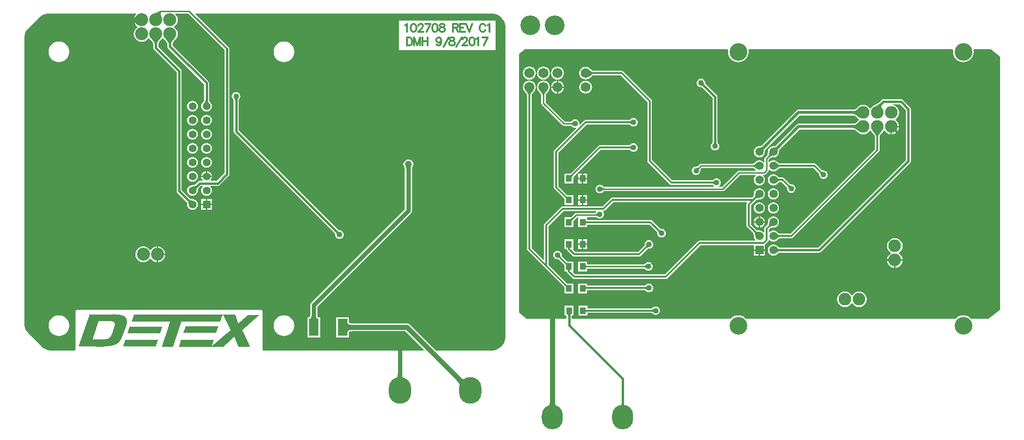
<source format=gtl>
G04 Layer_Physical_Order=1*
G04 Layer_Color=255*
%FSLAX24Y24*%
%MOIN*%
G70*
G01*
G75*
%ADD10R,0.0701X0.1240*%
%ADD11R,0.0433X0.0492*%
%ADD12C,0.0300*%
%ADD13C,0.0150*%
%ADD14C,0.0110*%
%ADD15C,0.0350*%
%ADD16C,0.0120*%
%ADD17C,0.0100*%
%ADD18C,0.0200*%
%ADD19C,0.0560*%
%ADD20R,0.0560X0.0560*%
%ADD21C,0.0920*%
%ADD22O,0.1600X0.1900*%
%ADD23C,0.1260*%
%ADD24C,0.1400*%
%ADD25O,0.1500X0.1750*%
%ADD26C,0.0591*%
%ADD27R,0.0591X0.0591*%
%ADD28C,0.0900*%
%ADD29C,0.0720*%
%ADD30C,0.0700*%
%ADD31C,0.0400*%
%ADD32C,0.0350*%
%ADD33C,0.0500*%
G36*
X14296Y10531D02*
X14279D01*
Y10497D01*
X14262D01*
Y10464D01*
X14246D01*
Y10397D01*
X14229D01*
Y10364D01*
X14212D01*
Y10314D01*
X14196D01*
Y10264D01*
X14179D01*
Y10230D01*
X14162D01*
Y10164D01*
X14146D01*
Y10130D01*
X14129D01*
Y10097D01*
X11794D01*
Y10114D01*
X11810D01*
Y10164D01*
X11827D01*
Y10197D01*
X11844D01*
Y10230D01*
X11860D01*
Y10280D01*
X11877D01*
Y10347D01*
X11894D01*
Y10397D01*
X11911D01*
Y10414D01*
X11927D01*
Y10481D01*
X11944D01*
Y10547D01*
X11961D01*
Y10564D01*
X14296D01*
Y10531D01*
D02*
G37*
G36*
X23482Y10817D02*
X23493Y10787D01*
X23510Y10761D01*
X23535Y10738D01*
X23566Y10719D01*
X23605Y10703D01*
X23650Y10691D01*
X23703Y10682D01*
X23762Y10677D01*
X23829Y10675D01*
Y10325D01*
X23762Y10323D01*
X23703Y10318D01*
X23650Y10309D01*
X23605Y10297D01*
X23566Y10281D01*
X23535Y10262D01*
X23510Y10239D01*
X23493Y10213D01*
X23482Y10183D01*
X23479Y10150D01*
Y10850D01*
X23482Y10817D01*
D02*
G37*
G36*
X10326Y10531D02*
X10309D01*
Y10497D01*
X10293D01*
Y10464D01*
X10276D01*
Y10397D01*
X10259D01*
Y10364D01*
X10243D01*
Y10314D01*
X10226D01*
Y10264D01*
X10209D01*
Y10197D01*
X10192D01*
Y10180D01*
X10176D01*
Y10114D01*
X10159D01*
Y10080D01*
X7824D01*
Y10097D01*
X7841D01*
Y10147D01*
X7857D01*
Y10180D01*
X7874D01*
Y10230D01*
X7891D01*
Y10297D01*
X7907D01*
Y10364D01*
X7924D01*
Y10381D01*
X7941D01*
Y10447D01*
X7957D01*
Y10514D01*
X7974D01*
Y10547D01*
X10326D01*
Y10531D01*
D02*
G37*
G36*
X12813Y20507D02*
X12797Y20489D01*
X12782Y20469D01*
X12770Y20448D01*
X12759Y20425D01*
X12750Y20401D01*
X12742Y20375D01*
X12737Y20347D01*
X12733Y20317D01*
X12731Y20286D01*
X12730Y20253D01*
X12453Y20530D01*
X12486Y20531D01*
X12517Y20533D01*
X12547Y20537D01*
X12575Y20542D01*
X12601Y20550D01*
X12625Y20559D01*
X12648Y20570D01*
X12669Y20582D01*
X12689Y20597D01*
X12707Y20613D01*
X12813Y20507D01*
D02*
G37*
G36*
X33992Y32812D02*
X34174Y32736D01*
X34337Y32627D01*
X34477Y32487D01*
X34586Y32324D01*
X34662Y32142D01*
X34700Y31948D01*
Y31850D01*
Y9850D01*
Y9752D01*
X34662Y9558D01*
X34586Y9376D01*
X34477Y9213D01*
X34337Y9073D01*
X34174Y8964D01*
X33992Y8888D01*
X33798Y8850D01*
X29732D01*
X27886Y10696D01*
X27829Y10740D01*
X27762Y10768D01*
X27690Y10777D01*
X23814D01*
X23768Y10779D01*
X23716Y10783D01*
X23672Y10790D01*
X23637Y10800D01*
X23612Y10810D01*
X23597Y10820D01*
X23588Y10827D01*
X23585Y10833D01*
X23582Y10839D01*
X23580Y10861D01*
X23580Y10861D01*
Y11220D01*
X22679D01*
Y9780D01*
X23580D01*
Y10139D01*
X23580Y10139D01*
X23582Y10161D01*
X23585Y10167D01*
X23588Y10173D01*
X23597Y10180D01*
X23612Y10190D01*
X23637Y10200D01*
X23672Y10209D01*
X23716Y10217D01*
X23768Y10221D01*
X23814Y10223D01*
X27575D01*
X28902Y8896D01*
X28882Y8850D01*
X17487D01*
X17446Y8896D01*
Y11626D01*
X17437Y11667D01*
X17414Y11702D01*
X17379Y11725D01*
X17339Y11733D01*
X4254D01*
X4213Y11725D01*
X4178Y11702D01*
X4155Y11667D01*
X4146Y11626D01*
Y8896D01*
X4105Y8850D01*
X2316D01*
X2123Y8888D01*
X1941Y8964D01*
X1777Y9073D01*
X1707Y9143D01*
X793Y10057D01*
X723Y10127D01*
X614Y10291D01*
X538Y10473D01*
X500Y10666D01*
Y10764D01*
Y31086D01*
Y31184D01*
X538Y31377D01*
X614Y31559D01*
X723Y31723D01*
X793Y31793D01*
Y31793D01*
X1557Y32557D01*
X1627Y32627D01*
X1791Y32736D01*
X1973Y32812D01*
X2166Y32850D01*
X8442D01*
X8458Y32803D01*
X8441Y32789D01*
X8351Y32672D01*
X8310Y32574D01*
X8332Y32583D01*
X8369Y32602D01*
X8406Y32624D01*
X8442Y32650D01*
X8477Y32679D01*
X8511Y32712D01*
Y32440D01*
X8840D01*
Y32340D01*
X8511D01*
Y32068D01*
X8477Y32101D01*
X8442Y32130D01*
X8406Y32156D01*
X8369Y32178D01*
X8332Y32197D01*
X8310Y32206D01*
X8351Y32108D01*
X8441Y31991D01*
X8532Y31920D01*
Y31860D01*
X8441Y31789D01*
X8351Y31672D01*
X8294Y31536D01*
X8275Y31390D01*
X8294Y31244D01*
X8351Y31108D01*
X8441Y30991D01*
X8558Y30901D01*
X8694Y30844D01*
X8840Y30825D01*
X8986Y30844D01*
X9122Y30901D01*
X9239Y30991D01*
X9310Y31082D01*
X9370D01*
X9441Y30991D01*
X9457Y30978D01*
X9490Y30944D01*
X9565Y30859D01*
X9593Y30822D01*
X9616Y30787D01*
X9635Y30754D01*
X9648Y30725D01*
X9657Y30700D01*
X9661Y30678D01*
X9662Y30676D01*
Y30410D01*
X9675Y30342D01*
X9714Y30284D01*
X11322Y28676D01*
Y20200D01*
X11335Y20132D01*
X11374Y20074D01*
X12027Y19421D01*
X12033Y19413D01*
X12040Y19400D01*
X12047Y19386D01*
X12053Y19369D01*
X12058Y19351D01*
X12063Y19330D01*
X12066Y19307D01*
X12068Y19281D01*
X12068Y19259D01*
X12067Y19250D01*
X12080Y19151D01*
X12118Y19058D01*
X12179Y18979D01*
X12258Y18918D01*
X12351Y18880D01*
X12450Y18867D01*
X12549Y18880D01*
X12642Y18918D01*
X12721Y18979D01*
X12782Y19058D01*
X12820Y19151D01*
X12833Y19250D01*
X12820Y19349D01*
X12782Y19442D01*
X12721Y19521D01*
X12642Y19582D01*
X12549Y19620D01*
X12450Y19633D01*
X12441Y19632D01*
X12419Y19632D01*
X12393Y19634D01*
X12370Y19637D01*
X12349Y19642D01*
X12331Y19647D01*
X12314Y19653D01*
X12300Y19660D01*
X12287Y19667D01*
X12279Y19673D01*
X11678Y20274D01*
Y28750D01*
X11678Y28750D01*
X11665Y28818D01*
X11626Y28876D01*
X11626Y28876D01*
X10018Y30484D01*
Y30676D01*
X10019Y30678D01*
X10023Y30700D01*
X10032Y30725D01*
X10045Y30754D01*
X10064Y30787D01*
X10087Y30822D01*
X10115Y30859D01*
X10190Y30944D01*
X10223Y30978D01*
X10239Y30991D01*
X10310Y31082D01*
X10370D01*
X10441Y30991D01*
X10457Y30978D01*
X10490Y30944D01*
X10565Y30859D01*
X10593Y30822D01*
X10616Y30787D01*
X10635Y30754D01*
X10648Y30725D01*
X10657Y30700D01*
X10661Y30678D01*
X10662Y30676D01*
Y30505D01*
X10675Y30437D01*
X10714Y30379D01*
X13272Y27821D01*
Y26670D01*
X13270Y26660D01*
X13266Y26646D01*
X13261Y26631D01*
X13254Y26615D01*
X13244Y26598D01*
X13233Y26580D01*
X13218Y26562D01*
X13202Y26543D01*
X13186Y26527D01*
X13179Y26521D01*
X13118Y26442D01*
X13080Y26349D01*
X13067Y26250D01*
X13080Y26151D01*
X13118Y26058D01*
X13179Y25979D01*
X13258Y25918D01*
X13351Y25880D01*
X13450Y25867D01*
X13549Y25880D01*
X13642Y25918D01*
X13721Y25979D01*
X13782Y26058D01*
X13820Y26151D01*
X13833Y26250D01*
X13820Y26349D01*
X13782Y26442D01*
X13721Y26521D01*
X13714Y26527D01*
X13698Y26543D01*
X13682Y26562D01*
X13667Y26580D01*
X13656Y26598D01*
X13646Y26615D01*
X13639Y26631D01*
X13634Y26646D01*
X13630Y26660D01*
X13628Y26670D01*
Y27895D01*
X13615Y27963D01*
X13576Y28021D01*
X13576Y28021D01*
X11018Y30579D01*
Y30676D01*
X11019Y30678D01*
X11023Y30700D01*
X11032Y30725D01*
X11045Y30754D01*
X11064Y30787D01*
X11087Y30822D01*
X11115Y30859D01*
X11190Y30944D01*
X11223Y30978D01*
X11239Y30991D01*
X11329Y31108D01*
X11386Y31244D01*
X11405Y31390D01*
X11386Y31536D01*
X11329Y31672D01*
X11239Y31789D01*
X11148Y31860D01*
Y31920D01*
X11239Y31991D01*
X11329Y32108D01*
X11386Y32244D01*
X11405Y32390D01*
X11386Y32536D01*
X11329Y32672D01*
X11239Y32789D01*
X11222Y32803D01*
X11238Y32850D01*
X12148D01*
X12155Y32840D01*
X14722Y30273D01*
Y21474D01*
X14176Y20928D01*
X13733D01*
X13717Y20976D01*
X13721Y20979D01*
X13782Y21058D01*
X13820Y21151D01*
X13827Y21200D01*
X13073D01*
X13080Y21151D01*
X13118Y21058D01*
X13179Y20979D01*
X13183Y20976D01*
X13167Y20928D01*
X12950D01*
X12950Y20928D01*
X12882Y20915D01*
X12824Y20876D01*
X12824Y20876D01*
X12621Y20673D01*
X12613Y20667D01*
X12600Y20660D01*
X12586Y20653D01*
X12569Y20647D01*
X12551Y20642D01*
X12530Y20637D01*
X12507Y20634D01*
X12481Y20632D01*
X12459Y20632D01*
X12450Y20633D01*
X12351Y20620D01*
X12258Y20582D01*
X12179Y20521D01*
X12118Y20442D01*
X12080Y20349D01*
X12067Y20250D01*
X12080Y20151D01*
X12118Y20058D01*
X12179Y19979D01*
X12258Y19918D01*
X12351Y19880D01*
X12450Y19867D01*
X12549Y19880D01*
X12642Y19918D01*
X12721Y19979D01*
X12782Y20058D01*
X12820Y20151D01*
X12833Y20250D01*
X12832Y20259D01*
X12832Y20281D01*
X12834Y20307D01*
X12837Y20330D01*
X12842Y20351D01*
X12847Y20369D01*
X12853Y20386D01*
X12860Y20400D01*
X12867Y20413D01*
X12873Y20421D01*
X13024Y20572D01*
X13167D01*
X13183Y20524D01*
X13179Y20521D01*
X13118Y20442D01*
X13080Y20349D01*
X13067Y20250D01*
X13080Y20151D01*
X13118Y20058D01*
X13179Y19979D01*
X13258Y19918D01*
X13351Y19880D01*
X13450Y19867D01*
X13549Y19880D01*
X13642Y19918D01*
X13721Y19979D01*
X13782Y20058D01*
X13820Y20151D01*
X13833Y20250D01*
X13820Y20349D01*
X13782Y20442D01*
X13721Y20521D01*
X13717Y20524D01*
X13733Y20572D01*
X14250D01*
X14318Y20585D01*
X14376Y20624D01*
X15026Y21274D01*
X15065Y21332D01*
X15078Y21400D01*
X15078Y21400D01*
Y30325D01*
X15065Y30393D01*
X15026Y30451D01*
X14968Y30490D01*
X14965Y30490D01*
X12652Y32804D01*
X12671Y32850D01*
X33798D01*
X33992Y32812D01*
D02*
G37*
G36*
X13526Y26664D02*
X13530Y26640D01*
X13536Y26616D01*
X13544Y26593D01*
X13555Y26569D01*
X13569Y26545D01*
X13584Y26521D01*
X13602Y26497D01*
X13623Y26474D01*
X13646Y26450D01*
X13254D01*
X13277Y26474D01*
X13298Y26497D01*
X13316Y26521D01*
X13331Y26545D01*
X13345Y26569D01*
X13356Y26593D01*
X13364Y26616D01*
X13370Y26640D01*
X13374Y26664D01*
X13375Y26688D01*
X13525D01*
X13526Y26664D01*
D02*
G37*
G36*
X12211Y19597D02*
X12231Y19582D01*
X12252Y19570D01*
X12275Y19559D01*
X12299Y19550D01*
X12325Y19542D01*
X12353Y19537D01*
X12383Y19533D01*
X12414Y19531D01*
X12447Y19530D01*
X12170Y19253D01*
X12169Y19286D01*
X12167Y19317D01*
X12163Y19347D01*
X12158Y19375D01*
X12150Y19401D01*
X12141Y19425D01*
X12130Y19448D01*
X12118Y19469D01*
X12103Y19489D01*
X12087Y19507D01*
X12193Y19613D01*
X12211Y19597D01*
D02*
G37*
G36*
X6923Y11415D02*
X7157D01*
Y11398D01*
X7307D01*
Y11381D01*
X7374D01*
Y11365D01*
X7424D01*
Y11348D01*
X7490D01*
Y11331D01*
X7524D01*
Y11315D01*
X7540D01*
Y11298D01*
X7590D01*
Y11281D01*
X7607D01*
Y11265D01*
X7624D01*
Y11248D01*
X7657D01*
Y11231D01*
X7674D01*
Y11215D01*
X7690D01*
Y11198D01*
X7707D01*
Y11164D01*
X7724D01*
Y11131D01*
X7741D01*
Y11098D01*
X7757D01*
Y11081D01*
X7774D01*
Y10981D01*
X7791D01*
Y10781D01*
X7774D01*
Y10664D01*
X7757D01*
Y10631D01*
X7741D01*
Y10581D01*
X7724D01*
Y10531D01*
X7707D01*
Y10464D01*
X7690D01*
Y10447D01*
X7674D01*
Y10397D01*
X7657D01*
Y10330D01*
X7640D01*
Y10297D01*
X7624D01*
Y10264D01*
X7607D01*
Y10214D01*
X7590D01*
Y10180D01*
X7574D01*
Y10114D01*
X7557D01*
Y10080D01*
X7540D01*
Y10047D01*
X7524D01*
Y9997D01*
X7507D01*
Y9964D01*
X7490D01*
Y9897D01*
X7474D01*
Y9863D01*
X7457D01*
Y9830D01*
X7440D01*
Y9780D01*
X7424D01*
Y9747D01*
X7407D01*
Y9713D01*
X7390D01*
Y9680D01*
X7374D01*
Y9647D01*
X7357D01*
Y9597D01*
X7340D01*
Y9580D01*
X7324D01*
Y9563D01*
X7307D01*
Y9530D01*
X7290D01*
Y9513D01*
X7273D01*
Y9496D01*
X7257D01*
Y9463D01*
X7240D01*
Y9446D01*
X7223D01*
Y9430D01*
X7207D01*
Y9413D01*
X7190D01*
Y9396D01*
X7173D01*
Y9380D01*
X7157D01*
Y9363D01*
X7140D01*
Y9346D01*
X7107D01*
Y9330D01*
X7073D01*
Y9313D01*
X7057D01*
Y9296D01*
X7023D01*
Y9280D01*
X6973D01*
Y9263D01*
X6940D01*
Y9246D01*
X6907D01*
Y9230D01*
X6823D01*
Y9213D01*
X6773D01*
Y9196D01*
X6706D01*
Y9180D01*
X6590D01*
Y9163D01*
X6473D01*
Y9146D01*
X6339D01*
Y9130D01*
X6173D01*
Y9113D01*
X5605D01*
Y9130D01*
X4638D01*
Y9146D01*
X4354D01*
Y9196D01*
X4371D01*
Y9230D01*
X4388D01*
Y9263D01*
X4405D01*
Y9313D01*
X4421D01*
Y9380D01*
X4438D01*
Y9430D01*
X4455D01*
Y9446D01*
X4471D01*
Y9530D01*
X4488D01*
Y9563D01*
X4505D01*
Y9613D01*
X4521D01*
Y9647D01*
X4538D01*
Y9697D01*
X4555D01*
Y9747D01*
X4571D01*
Y9797D01*
X4588D01*
Y9830D01*
X4605D01*
Y9897D01*
X4621D01*
Y9947D01*
X4638D01*
Y9997D01*
X4655D01*
Y10047D01*
X4671D01*
Y10114D01*
X4688D01*
Y10147D01*
X4705D01*
Y10180D01*
X4721D01*
Y10230D01*
X4738D01*
Y10314D01*
X4755D01*
Y10330D01*
X4771D01*
Y10381D01*
X4788D01*
Y10431D01*
X4805D01*
Y10497D01*
X4822D01*
Y10531D01*
X4838D01*
Y10581D01*
X4855D01*
Y10631D01*
X4872D01*
Y10664D01*
X4888D01*
Y10731D01*
X4905D01*
Y10764D01*
X4922D01*
Y10814D01*
X4938D01*
Y10864D01*
X4955D01*
Y10914D01*
X4972D01*
Y10964D01*
X4988D01*
Y10998D01*
X5005D01*
Y11048D01*
X5022D01*
Y11114D01*
X5038D01*
Y11164D01*
X5055D01*
Y11181D01*
X5072D01*
Y11248D01*
X5088D01*
Y11315D01*
X5105D01*
Y11365D01*
X5122D01*
Y11398D01*
X5138D01*
Y11431D01*
X5155D01*
Y11415D01*
X6823D01*
Y11431D01*
X6890D01*
Y11415D01*
X6907D01*
Y11431D01*
X6923D01*
Y11415D01*
D02*
G37*
G36*
X39355Y11439D02*
X39343Y11435D01*
X39331Y11427D01*
X39322Y11417D01*
X39313Y11403D01*
X39307Y11387D01*
X39301Y11367D01*
X39298Y11345D01*
X39295Y11319D01*
X39295Y11291D01*
X39145D01*
X39144Y11319D01*
X39142Y11345D01*
X39138Y11367D01*
X39133Y11387D01*
X39126Y11403D01*
X39118Y11417D01*
X39108Y11427D01*
X39097Y11435D01*
X39084Y11439D01*
X39070Y11441D01*
X39370D01*
X39355Y11439D01*
D02*
G37*
G36*
X15497Y11398D02*
X15513D01*
Y11331D01*
X15530D01*
Y11298D01*
X15547D01*
Y11265D01*
X15563D01*
Y11181D01*
X15580D01*
Y11114D01*
X15597D01*
Y11081D01*
X15613D01*
Y11031D01*
X15630D01*
Y10981D01*
X15647D01*
Y10931D01*
X15663D01*
Y10864D01*
X15680D01*
Y10814D01*
X15697D01*
Y10798D01*
X15764D01*
Y10814D01*
X15780D01*
Y10831D01*
X15797D01*
Y10848D01*
X15814D01*
Y10864D01*
X15830D01*
Y10881D01*
X15847D01*
Y10898D01*
X15864D01*
Y10914D01*
X15897D01*
Y10931D01*
X15914D01*
Y10948D01*
X15930D01*
Y10964D01*
X15947D01*
Y10981D01*
X15964D01*
Y10998D01*
X15980D01*
Y11014D01*
X16014D01*
Y11031D01*
X16030D01*
Y11048D01*
X16047D01*
Y11064D01*
X16064D01*
Y11081D01*
X16080D01*
Y11098D01*
X16097D01*
Y11114D01*
X16114D01*
Y11131D01*
X16147D01*
Y11148D01*
X16164D01*
Y11164D01*
X16181D01*
Y11181D01*
X16197D01*
Y11198D01*
X16214D01*
Y11215D01*
X16231D01*
Y11231D01*
X16264D01*
Y11248D01*
X16281D01*
Y11265D01*
X16297D01*
Y11281D01*
X16314D01*
Y11298D01*
X16331D01*
Y11315D01*
X16347D01*
Y11331D01*
X16364D01*
Y11348D01*
X16397D01*
Y11365D01*
X16414D01*
Y11381D01*
X17215D01*
Y11365D01*
X17198D01*
Y11348D01*
X17181D01*
Y11331D01*
X17165D01*
Y11315D01*
X17131D01*
Y11298D01*
X17115D01*
Y11281D01*
X17098D01*
Y11265D01*
X17081D01*
Y11248D01*
X17065D01*
Y11231D01*
X17048D01*
Y11215D01*
X17015D01*
Y11198D01*
X16998D01*
Y11181D01*
X16981D01*
Y11164D01*
X16965D01*
Y11148D01*
X16948D01*
Y11131D01*
X16931D01*
Y11114D01*
X16914D01*
Y11098D01*
X16898D01*
Y11081D01*
X16864D01*
Y11064D01*
X16848D01*
Y11048D01*
X16831D01*
Y11031D01*
X16814D01*
Y11014D01*
X16798D01*
Y10998D01*
X16781D01*
Y10981D01*
X16764D01*
Y10964D01*
X16748D01*
Y10948D01*
X16731D01*
Y10931D01*
X16714D01*
Y10914D01*
X16681D01*
Y10898D01*
X16664D01*
Y10881D01*
X16648D01*
Y10864D01*
X16631D01*
Y10848D01*
X16614D01*
Y10831D01*
X16581D01*
Y10814D01*
X16564D01*
Y10798D01*
X16548D01*
Y10781D01*
X16531D01*
Y10764D01*
X16514D01*
Y10747D01*
X16497D01*
Y10731D01*
X16481D01*
Y10714D01*
X16464D01*
Y10697D01*
X16447D01*
Y10681D01*
X16431D01*
Y10664D01*
X16414D01*
Y10647D01*
X16397D01*
Y10631D01*
X16364D01*
Y10614D01*
X16347D01*
Y10597D01*
X16331D01*
Y10581D01*
X16314D01*
Y10564D01*
X16297D01*
Y10547D01*
X16264D01*
Y10531D01*
X16247D01*
Y10514D01*
X16231D01*
Y10497D01*
X16214D01*
Y10481D01*
X16197D01*
Y10464D01*
X16181D01*
Y10447D01*
X16147D01*
Y10414D01*
X16131D01*
Y10397D01*
X16097D01*
Y10381D01*
X16080D01*
Y10364D01*
X16064D01*
Y10347D01*
X16047D01*
Y10330D01*
X16014D01*
Y10247D01*
X16030D01*
Y10230D01*
X16047D01*
Y10180D01*
X16064D01*
Y10147D01*
X16080D01*
Y10114D01*
X16097D01*
Y10097D01*
X16114D01*
Y10047D01*
X16131D01*
Y10014D01*
X16147D01*
Y9980D01*
X16164D01*
Y9930D01*
X16181D01*
Y9897D01*
X16197D01*
Y9863D01*
X16214D01*
Y9830D01*
X16231D01*
Y9797D01*
X16247D01*
Y9747D01*
X16264D01*
Y9713D01*
X16281D01*
Y9680D01*
X16297D01*
Y9663D01*
X16314D01*
Y9630D01*
X16331D01*
Y9580D01*
X16347D01*
Y9547D01*
X16364D01*
Y9530D01*
X16381D01*
Y9480D01*
X16397D01*
Y9430D01*
X16414D01*
Y9396D01*
X16431D01*
Y9380D01*
X16447D01*
Y9330D01*
X16464D01*
Y9280D01*
X16481D01*
Y9246D01*
X16497D01*
Y9230D01*
X16514D01*
Y9180D01*
X16531D01*
Y9146D01*
X16548D01*
Y9113D01*
X15714D01*
Y9146D01*
X15697D01*
Y9196D01*
X15680D01*
Y9230D01*
X15663D01*
Y9263D01*
X15647D01*
Y9313D01*
X15630D01*
Y9346D01*
X15613D01*
Y9380D01*
X15597D01*
Y9430D01*
X15580D01*
Y9463D01*
X15563D01*
Y9513D01*
X15547D01*
Y9563D01*
X15530D01*
Y9597D01*
X15513D01*
Y9630D01*
X15497D01*
Y9663D01*
X15480D01*
Y9730D01*
X15463D01*
Y9780D01*
X15447D01*
Y9797D01*
X15380D01*
Y9780D01*
X15363D01*
Y9763D01*
X15347D01*
Y9747D01*
X15330D01*
Y9730D01*
X15313D01*
Y9713D01*
X15297D01*
Y9697D01*
X15280D01*
Y9680D01*
X15263D01*
Y9663D01*
X15246D01*
Y9647D01*
X15213D01*
Y9630D01*
X15196D01*
Y9613D01*
X15180D01*
Y9580D01*
X15146D01*
Y9563D01*
X15130D01*
Y9547D01*
X15113D01*
Y9530D01*
X15096D01*
Y9513D01*
X15080D01*
Y9496D01*
X15063D01*
Y9480D01*
X15046D01*
Y9463D01*
X15030D01*
Y9446D01*
X15013D01*
Y9430D01*
X14996D01*
Y9413D01*
X14963D01*
Y9380D01*
X14946D01*
Y9363D01*
X14930D01*
Y9346D01*
X14896D01*
Y9330D01*
X14880D01*
Y9313D01*
X14863D01*
Y9296D01*
X14846D01*
Y9280D01*
X14829D01*
Y9263D01*
X14813D01*
Y9246D01*
X14796D01*
Y9230D01*
X14779D01*
Y9213D01*
X14763D01*
Y9196D01*
X14729D01*
Y9180D01*
X14713D01*
Y9163D01*
X14696D01*
Y9146D01*
X14679D01*
Y9130D01*
X14663D01*
Y9113D01*
X11494D01*
Y9130D01*
X11510D01*
Y9196D01*
X11527D01*
Y9246D01*
X11544D01*
Y9313D01*
X11560D01*
Y9380D01*
X11577D01*
Y9396D01*
X11594D01*
Y9480D01*
X11610D01*
Y9563D01*
X11627D01*
Y9613D01*
X13979D01*
Y9597D01*
X13962D01*
Y9530D01*
X13945D01*
Y9480D01*
X13929D01*
Y9463D01*
X13912D01*
Y9413D01*
X13895D01*
Y9330D01*
X13879D01*
Y9296D01*
X13862D01*
Y9280D01*
X13845D01*
Y9213D01*
X13895D01*
Y9230D01*
X13929D01*
Y9246D01*
X13945D01*
Y9263D01*
X13962D01*
Y9280D01*
X13979D01*
Y9296D01*
X14012D01*
Y9313D01*
X14029D01*
Y9330D01*
X14046D01*
Y9346D01*
X14062D01*
Y9363D01*
X14079D01*
Y9380D01*
X14096D01*
Y9396D01*
X14112D01*
Y9413D01*
X14129D01*
Y9430D01*
X14146D01*
Y9446D01*
X14179D01*
Y9463D01*
X14196D01*
Y9480D01*
X14212D01*
Y9496D01*
X14229D01*
Y9513D01*
X14262D01*
Y9530D01*
X14279D01*
Y9547D01*
X14296D01*
Y9563D01*
X14312D01*
Y9580D01*
X14329D01*
Y9597D01*
X14346D01*
Y9613D01*
X14362D01*
Y9630D01*
X14396D01*
Y9647D01*
X14412D01*
Y9663D01*
X14429D01*
Y9680D01*
X14463D01*
Y9697D01*
X14479D01*
Y9730D01*
X14496D01*
Y9747D01*
X14529D01*
Y9763D01*
X14546D01*
Y9780D01*
X14563D01*
Y9797D01*
X14596D01*
Y9813D01*
X14613D01*
Y9830D01*
X14629D01*
Y9847D01*
X14646D01*
Y9863D01*
X14663D01*
Y9880D01*
X14679D01*
Y9897D01*
X14713D01*
Y9913D01*
X14729D01*
Y9930D01*
X14746D01*
Y9947D01*
X14763D01*
Y9964D01*
X14779D01*
Y9980D01*
X14813D01*
Y10014D01*
X14846D01*
Y10030D01*
X14863D01*
Y10047D01*
X14880D01*
Y10064D01*
X14896D01*
Y10080D01*
X14930D01*
Y10097D01*
X14946D01*
Y10114D01*
X14963D01*
Y10130D01*
X14996D01*
Y10164D01*
X15013D01*
Y10180D01*
X15046D01*
Y10197D01*
X15063D01*
Y10214D01*
X15080D01*
Y10230D01*
X15096D01*
Y10247D01*
X15130D01*
Y10264D01*
X15163D01*
Y10330D01*
X15146D01*
Y10347D01*
X15130D01*
Y10381D01*
X15113D01*
Y10414D01*
X15096D01*
Y10464D01*
X15080D01*
Y10481D01*
X15063D01*
Y10531D01*
X15046D01*
Y10564D01*
X15030D01*
Y10581D01*
X15013D01*
Y10631D01*
X14996D01*
Y10664D01*
X14980D01*
Y10697D01*
X14963D01*
Y10731D01*
X14946D01*
Y10764D01*
X14930D01*
Y10798D01*
X14913D01*
Y10831D01*
X14896D01*
Y10864D01*
X14880D01*
Y10914D01*
X14863D01*
Y10931D01*
X14846D01*
Y10948D01*
X14829D01*
Y10998D01*
X14813D01*
Y11048D01*
X14796D01*
Y11064D01*
X14779D01*
Y11081D01*
X14763D01*
Y11131D01*
X14746D01*
Y11181D01*
X14729D01*
Y11198D01*
X14713D01*
Y11231D01*
X14696D01*
Y11281D01*
X14679D01*
Y11315D01*
X14663D01*
Y11331D01*
X14646D01*
Y11365D01*
X14629D01*
Y11381D01*
X14579D01*
Y11331D01*
X14563D01*
Y11265D01*
X14546D01*
Y11231D01*
X14529D01*
Y11198D01*
X14513D01*
Y11131D01*
X14496D01*
Y11064D01*
X14479D01*
Y11031D01*
X14463D01*
Y10998D01*
X14446D01*
Y10931D01*
X14429D01*
Y10914D01*
X11677D01*
Y10898D01*
X11660D01*
Y10864D01*
X11644D01*
Y10814D01*
X11627D01*
Y10747D01*
X11610D01*
Y10697D01*
X11594D01*
Y10664D01*
X11577D01*
Y10614D01*
X11560D01*
Y10564D01*
X11544D01*
Y10514D01*
X11527D01*
Y10464D01*
X11510D01*
Y10414D01*
X11494D01*
Y10381D01*
X11477D01*
Y10330D01*
X11460D01*
Y10264D01*
X11443D01*
Y10214D01*
X11427D01*
Y10164D01*
X11410D01*
Y10097D01*
X11393D01*
Y10064D01*
X11377D01*
Y10030D01*
X11360D01*
Y9980D01*
X11343D01*
Y9913D01*
X11327D01*
Y9863D01*
X11310D01*
Y9830D01*
X11293D01*
Y9780D01*
X11277D01*
Y9713D01*
X11260D01*
Y9663D01*
X11243D01*
Y9613D01*
X11227D01*
Y9580D01*
X11210D01*
Y9496D01*
X11193D01*
Y9446D01*
X11177D01*
Y9413D01*
X11160D01*
Y9363D01*
X11143D01*
Y9280D01*
X11127D01*
Y9230D01*
X11110D01*
Y9213D01*
X11093D01*
Y9163D01*
X11077D01*
Y9113D01*
X10276D01*
Y9146D01*
X10293D01*
Y9196D01*
X10309D01*
Y9246D01*
X10326D01*
Y9296D01*
X10343D01*
Y9363D01*
X10359D01*
Y9413D01*
X10376D01*
Y9430D01*
X10393D01*
Y9513D01*
X10409D01*
Y9563D01*
X10426D01*
Y9613D01*
X10443D01*
Y9647D01*
X10459D01*
Y9713D01*
X10476D01*
Y9763D01*
X10493D01*
Y9797D01*
X10509D01*
Y9830D01*
X10526D01*
Y9913D01*
X10543D01*
Y9947D01*
X10559D01*
Y9997D01*
X10576D01*
Y10047D01*
X10593D01*
Y10114D01*
X10609D01*
Y10147D01*
X10626D01*
Y10197D01*
X10643D01*
Y10247D01*
X10660D01*
Y10297D01*
X10676D01*
Y10347D01*
X10693D01*
Y10414D01*
X10710D01*
Y10481D01*
X10726D01*
Y10531D01*
X10743D01*
Y10564D01*
X10760D01*
Y10614D01*
X10776D01*
Y10697D01*
X10793D01*
Y10731D01*
X10810D01*
Y10781D01*
X10826D01*
Y10831D01*
X10843D01*
Y10898D01*
X9775D01*
Y10914D01*
X9459D01*
Y10898D01*
X9442D01*
Y10914D01*
X8124D01*
Y10931D01*
X8141D01*
Y10964D01*
X8158D01*
Y11014D01*
X8174D01*
Y11081D01*
X8191D01*
Y11114D01*
X8208D01*
Y11164D01*
X8224D01*
Y11231D01*
X8241D01*
Y11281D01*
X8258D01*
Y11331D01*
X8274D01*
Y11365D01*
X8291D01*
Y11415D01*
X8324D01*
Y11398D01*
X15480D01*
Y11415D01*
X15497D01*
Y11398D01*
D02*
G37*
G36*
X38211Y5219D02*
X38225Y5085D01*
X38238Y5031D01*
X38253Y4985D01*
X38272Y4947D01*
X38295Y4918D01*
X38321Y4897D01*
X38351Y4885D01*
X38384Y4881D01*
X37685D01*
X37718Y4885D01*
X37748Y4897D01*
X37774Y4918D01*
X37797Y4947D01*
X37816Y4985D01*
X37832Y5031D01*
X37844Y5085D01*
X37853Y5148D01*
X37858Y5219D01*
X37860Y5298D01*
X38210D01*
X38211Y5219D01*
D02*
G37*
G36*
X69850Y29789D02*
Y11739D01*
X69036Y11100D01*
X67798D01*
X67769Y11135D01*
X67658Y11226D01*
X67531Y11294D01*
X67393Y11336D01*
X67250Y11350D01*
X67107Y11336D01*
X66969Y11294D01*
X66842Y11226D01*
X66731Y11135D01*
X66702Y11100D01*
X51798D01*
X51769Y11135D01*
X51658Y11226D01*
X51531Y11294D01*
X51393Y11336D01*
X51250Y11350D01*
X51107Y11336D01*
X50969Y11294D01*
X50842Y11226D01*
X50731Y11135D01*
X50702Y11100D01*
X39398D01*
Y11323D01*
X39399Y11332D01*
X39400Y11340D01*
X39536D01*
Y12032D01*
X38903D01*
Y11340D01*
X39039D01*
X39040Y11332D01*
X39041Y11323D01*
Y11100D01*
X36193D01*
X35650Y11526D01*
Y29959D01*
X36084Y30300D01*
X50501D01*
X50512Y30285D01*
X50530Y30250D01*
X50516Y30117D01*
X50531Y29973D01*
X50572Y29836D01*
X50640Y29709D01*
X50731Y29598D01*
X50842Y29507D01*
X50969Y29439D01*
X51107Y29397D01*
X51250Y29383D01*
X51393Y29397D01*
X51531Y29439D01*
X51658Y29507D01*
X51769Y29598D01*
X51860Y29709D01*
X51928Y29836D01*
X51969Y29973D01*
X51984Y30117D01*
X51970Y30250D01*
X51988Y30285D01*
X51999Y30300D01*
X66501D01*
X66512Y30285D01*
X66530Y30250D01*
X66516Y30117D01*
X66531Y29973D01*
X66572Y29836D01*
X66640Y29709D01*
X66731Y29598D01*
X66842Y29507D01*
X66969Y29439D01*
X67107Y29397D01*
X67250Y29383D01*
X67393Y29397D01*
X67531Y29439D01*
X67658Y29507D01*
X67769Y29598D01*
X67860Y29709D01*
X67928Y29836D01*
X67969Y29973D01*
X67984Y30117D01*
X67970Y30250D01*
X67988Y30285D01*
X67999Y30300D01*
X69199D01*
X69850Y29789D01*
D02*
G37*
G36*
X10115Y31014D02*
X10036Y30924D01*
X10004Y30881D01*
X9977Y30840D01*
X9955Y30801D01*
X9937Y30763D01*
X9925Y30727D01*
X9917Y30693D01*
X9915Y30660D01*
X9765D01*
X9763Y30693D01*
X9755Y30727D01*
X9743Y30763D01*
X9725Y30801D01*
X9703Y30840D01*
X9676Y30881D01*
X9644Y30924D01*
X9565Y31014D01*
X9518Y31061D01*
X10162D01*
X10115Y31014D01*
D02*
G37*
G36*
X10254Y32976D02*
X10233Y32951D01*
X10217Y32923D01*
X10206Y32891D01*
X10200Y32856D01*
X10199Y32817D01*
X10202Y32775D01*
X10210Y32729D01*
X10223Y32680D01*
X10240Y32627D01*
X10263Y32571D01*
X9667Y32816D01*
X10152Y33030D01*
X10254Y32976D01*
D02*
G37*
G36*
X11115Y31014D02*
X11036Y30924D01*
X11004Y30881D01*
X10977Y30840D01*
X10955Y30801D01*
X10937Y30763D01*
X10925Y30727D01*
X10917Y30693D01*
X10915Y30660D01*
X10765D01*
X10763Y30693D01*
X10755Y30727D01*
X10743Y30763D01*
X10725Y30801D01*
X10703Y30840D01*
X10676Y30881D01*
X10644Y30924D01*
X10565Y31014D01*
X10518Y31061D01*
X11162D01*
X11115Y31014D01*
D02*
G37*
G36*
X43110Y5084D02*
X43113Y5056D01*
X43116Y5032D01*
X43122Y5011D01*
X43128Y4993D01*
X43137Y4978D01*
X43146Y4967D01*
X43158Y4958D01*
X43170Y4954D01*
X43184Y4952D01*
X42885D01*
X42899Y4954D01*
X42912Y4958D01*
X42923Y4967D01*
X42933Y4978D01*
X42941Y4993D01*
X42948Y5011D01*
X42953Y5032D01*
X42957Y5056D01*
X42959Y5084D01*
X42960Y5115D01*
X43110D01*
X43110Y5084D01*
D02*
G37*
G36*
X27352Y7159D02*
X27356Y7101D01*
X27363Y7049D01*
X27374Y7004D01*
X27387Y6967D01*
X27404Y6936D01*
X27423Y6912D01*
X27446Y6894D01*
X27471Y6884D01*
X27500Y6881D01*
X26900D01*
X26929Y6884D01*
X26954Y6894D01*
X26977Y6912D01*
X26996Y6936D01*
X27013Y6967D01*
X27026Y7004D01*
X27037Y7049D01*
X27044Y7101D01*
X27048Y7159D01*
X27050Y7225D01*
X27350D01*
X27352Y7159D01*
D02*
G37*
G36*
X10009Y9597D02*
X9992D01*
Y9530D01*
X9976D01*
Y9496D01*
X9959D01*
Y9463D01*
X9942D01*
Y9413D01*
X9926D01*
Y9346D01*
X9909D01*
Y9313D01*
X9892D01*
Y9280D01*
X9876D01*
Y9213D01*
X9859D01*
Y9146D01*
X7524D01*
Y9196D01*
X7540D01*
Y9230D01*
X7557D01*
Y9313D01*
X7574D01*
Y9330D01*
X7590D01*
Y9380D01*
X7607D01*
Y9446D01*
X7624D01*
Y9463D01*
X7640D01*
Y9547D01*
X7657D01*
Y9597D01*
X7674D01*
Y9613D01*
X10009D01*
Y9597D01*
D02*
G37*
G36*
X31495Y6945D02*
X31548Y6900D01*
X31597Y6863D01*
X31642Y6835D01*
X31683Y6816D01*
X31721Y6805D01*
X31755Y6803D01*
X31786Y6810D01*
X31812Y6825D01*
X31835Y6849D01*
X31415Y6281D01*
X31432Y6311D01*
X31441Y6344D01*
X31442Y6380D01*
X31435Y6419D01*
X31420Y6461D01*
X31397Y6506D01*
X31366Y6555D01*
X31327Y6606D01*
X31280Y6660D01*
X31225Y6718D01*
X31438Y6999D01*
X31495Y6945D01*
D02*
G37*
%LPC*%
G36*
X13830Y19200D02*
X13500D01*
Y18870D01*
X13830D01*
Y19200D01*
D02*
G37*
G36*
X13400D02*
X13070D01*
Y18870D01*
X13400D01*
Y19200D01*
D02*
G37*
G36*
Y19630D02*
X13070D01*
Y19300D01*
X13400D01*
Y19630D01*
D02*
G37*
G36*
X13830D02*
X13500D01*
Y19300D01*
X13830D01*
Y19630D01*
D02*
G37*
G36*
X15550Y27253D02*
X15472Y27242D01*
X15399Y27212D01*
X15336Y27164D01*
X15288Y27101D01*
X15258Y27028D01*
X15247Y26950D01*
X15258Y26872D01*
X15288Y26799D01*
X15336Y26736D01*
X15339Y26734D01*
X15345Y26727D01*
X15351Y26720D01*
X15356Y26712D01*
X15360Y26705D01*
X15364Y26697D01*
X15367Y26688D01*
X15370Y26679D01*
X15371Y26668D01*
X15372Y26667D01*
Y24450D01*
X15385Y24382D01*
X15424Y24324D01*
X22573Y17174D01*
X22575Y17173D01*
X22581Y17164D01*
X22585Y17156D01*
X22589Y17148D01*
X22593Y17139D01*
X22595Y17131D01*
X22597Y17122D01*
X22598Y17113D01*
X22598Y17104D01*
X22597Y17100D01*
X22608Y17022D01*
X22638Y16949D01*
X22686Y16886D01*
X22749Y16838D01*
X22822Y16808D01*
X22900Y16797D01*
X22978Y16808D01*
X23051Y16838D01*
X23114Y16886D01*
X23162Y16949D01*
X23192Y17022D01*
X23203Y17100D01*
X23192Y17178D01*
X23162Y17251D01*
X23114Y17314D01*
X23051Y17362D01*
X22978Y17392D01*
X22900Y17403D01*
X22896Y17402D01*
X22887Y17402D01*
X22878Y17403D01*
X22869Y17405D01*
X22861Y17407D01*
X22852Y17411D01*
X22844Y17415D01*
X22836Y17419D01*
X22827Y17425D01*
X22826Y17427D01*
X15728Y24524D01*
Y26667D01*
X15729Y26668D01*
X15730Y26679D01*
X15733Y26688D01*
X15736Y26697D01*
X15740Y26705D01*
X15744Y26712D01*
X15749Y26720D01*
X15755Y26727D01*
X15761Y26734D01*
X15764Y26736D01*
X15812Y26799D01*
X15842Y26872D01*
X15853Y26950D01*
X15842Y27028D01*
X15812Y27101D01*
X15764Y27164D01*
X15701Y27212D01*
X15628Y27242D01*
X15550Y27253D01*
D02*
G37*
G36*
X27800Y22453D02*
X27709Y22441D01*
X27623Y22406D01*
X27550Y22350D01*
X27494Y22277D01*
X27459Y22191D01*
X27447Y22100D01*
X27459Y22009D01*
X27494Y21923D01*
X27541Y21863D01*
X27541Y21862D01*
X27542Y21854D01*
X27545Y21814D01*
Y18906D01*
X20890Y12251D01*
X20835Y12168D01*
X20816Y12070D01*
Y11350D01*
X20813Y11323D01*
X20807Y11287D01*
X20800Y11259D01*
X20792Y11239D01*
X20785Y11228D01*
X20780Y11223D01*
X20778Y11222D01*
X20776Y11221D01*
X20769Y11220D01*
X20620D01*
Y9780D01*
X21521D01*
Y11220D01*
X21372D01*
X21365Y11221D01*
X21363Y11222D01*
X21361Y11223D01*
X21356Y11228D01*
X21349Y11239D01*
X21341Y11259D01*
X21334Y11287D01*
X21328Y11323D01*
X21325Y11350D01*
Y11965D01*
X27980Y18620D01*
X28036Y18702D01*
X28055Y18800D01*
Y21829D01*
X28057Y21852D01*
X28059Y21862D01*
X28059Y21863D01*
X28106Y21923D01*
X28141Y22009D01*
X28153Y22100D01*
X28141Y22191D01*
X28106Y22277D01*
X28050Y22350D01*
X27977Y22406D01*
X27891Y22441D01*
X27800Y22453D01*
D02*
G37*
G36*
X2950Y11349D02*
X2807Y11334D01*
X2669Y11293D01*
X2542Y11225D01*
X2431Y11134D01*
X2340Y11023D01*
X2272Y10896D01*
X2231Y10758D01*
X2216Y10615D01*
X2231Y10472D01*
X2272Y10334D01*
X2340Y10207D01*
X2431Y10096D01*
X2542Y10005D01*
X2669Y9937D01*
X2807Y9896D01*
X2950Y9881D01*
X3093Y9896D01*
X3231Y9937D01*
X3358Y10005D01*
X3469Y10096D01*
X3560Y10207D01*
X3628Y10334D01*
X3669Y10472D01*
X3684Y10615D01*
X3669Y10758D01*
X3628Y10896D01*
X3560Y11023D01*
X3469Y11134D01*
X3358Y11225D01*
X3231Y11293D01*
X3093Y11334D01*
X2950Y11349D01*
D02*
G37*
G36*
X18950D02*
X18807Y11334D01*
X18669Y11293D01*
X18542Y11225D01*
X18431Y11134D01*
X18340Y11023D01*
X18272Y10896D01*
X18231Y10758D01*
X18216Y10615D01*
X18231Y10472D01*
X18272Y10334D01*
X18340Y10207D01*
X18431Y10096D01*
X18542Y10005D01*
X18669Y9937D01*
X18807Y9896D01*
X18950Y9881D01*
X19093Y9896D01*
X19231Y9937D01*
X19358Y10005D01*
X19469Y10096D01*
X19560Y10207D01*
X19628Y10334D01*
X19669Y10472D01*
X19684Y10615D01*
X19669Y10758D01*
X19628Y10896D01*
X19560Y11023D01*
X19469Y11134D01*
X19358Y11225D01*
X19231Y11293D01*
X19093Y11334D01*
X18950Y11349D01*
D02*
G37*
G36*
X8950Y16265D02*
X8804Y16246D01*
X8668Y16189D01*
X8551Y16099D01*
X8461Y15982D01*
X8404Y15846D01*
X8385Y15700D01*
X8404Y15554D01*
X8461Y15418D01*
X8551Y15301D01*
X8668Y15211D01*
X8804Y15154D01*
X8950Y15135D01*
X9096Y15154D01*
X9232Y15211D01*
X9349Y15301D01*
X9420Y15392D01*
X9480D01*
X9551Y15301D01*
X9668Y15211D01*
X9804Y15154D01*
X9900Y15142D01*
Y15700D01*
Y16258D01*
X9804Y16246D01*
X9668Y16189D01*
X9551Y16099D01*
X9480Y16008D01*
X9420D01*
X9349Y16099D01*
X9232Y16189D01*
X9096Y16246D01*
X8950Y16265D01*
D02*
G37*
G36*
X10508Y15650D02*
X10000D01*
Y15142D01*
X10096Y15154D01*
X10232Y15211D01*
X10349Y15301D01*
X10439Y15418D01*
X10496Y15554D01*
X10508Y15650D01*
D02*
G37*
G36*
X10000Y16258D02*
Y15750D01*
X10508D01*
X10496Y15846D01*
X10439Y15982D01*
X10349Y16099D01*
X10232Y16189D01*
X10096Y16246D01*
X10000Y16258D01*
D02*
G37*
G36*
X12450Y25633D02*
X12351Y25620D01*
X12258Y25582D01*
X12179Y25521D01*
X12118Y25442D01*
X12080Y25349D01*
X12067Y25250D01*
X12080Y25151D01*
X12118Y25058D01*
X12179Y24979D01*
X12258Y24918D01*
X12351Y24880D01*
X12450Y24867D01*
X12549Y24880D01*
X12642Y24918D01*
X12721Y24979D01*
X12782Y25058D01*
X12820Y25151D01*
X12833Y25250D01*
X12820Y25349D01*
X12782Y25442D01*
X12721Y25521D01*
X12642Y25582D01*
X12549Y25620D01*
X12450Y25633D01*
D02*
G37*
G36*
Y26633D02*
X12351Y26620D01*
X12258Y26582D01*
X12179Y26521D01*
X12118Y26442D01*
X12080Y26349D01*
X12067Y26250D01*
X12080Y26151D01*
X12118Y26058D01*
X12179Y25979D01*
X12258Y25918D01*
X12351Y25880D01*
X12450Y25867D01*
X12549Y25880D01*
X12642Y25918D01*
X12721Y25979D01*
X12782Y26058D01*
X12820Y26151D01*
X12833Y26250D01*
X12820Y26349D01*
X12782Y26442D01*
X12721Y26521D01*
X12642Y26582D01*
X12549Y26620D01*
X12450Y26633D01*
D02*
G37*
G36*
X13450Y25633D02*
X13351Y25620D01*
X13258Y25582D01*
X13179Y25521D01*
X13118Y25442D01*
X13080Y25349D01*
X13067Y25250D01*
X13080Y25151D01*
X13118Y25058D01*
X13179Y24979D01*
X13258Y24918D01*
X13351Y24880D01*
X13450Y24867D01*
X13549Y24880D01*
X13642Y24918D01*
X13721Y24979D01*
X13782Y25058D01*
X13820Y25151D01*
X13833Y25250D01*
X13820Y25349D01*
X13782Y25442D01*
X13721Y25521D01*
X13642Y25582D01*
X13549Y25620D01*
X13450Y25633D01*
D02*
G37*
G36*
Y23633D02*
X13351Y23620D01*
X13258Y23582D01*
X13179Y23521D01*
X13118Y23442D01*
X13080Y23349D01*
X13067Y23250D01*
X13080Y23151D01*
X13118Y23058D01*
X13179Y22979D01*
X13258Y22918D01*
X13351Y22880D01*
X13450Y22867D01*
X13549Y22880D01*
X13642Y22918D01*
X13721Y22979D01*
X13782Y23058D01*
X13820Y23151D01*
X13833Y23250D01*
X13820Y23349D01*
X13782Y23442D01*
X13721Y23521D01*
X13642Y23582D01*
X13549Y23620D01*
X13450Y23633D01*
D02*
G37*
G36*
Y24633D02*
X13351Y24620D01*
X13258Y24582D01*
X13179Y24521D01*
X13118Y24442D01*
X13080Y24349D01*
X13067Y24250D01*
X13080Y24151D01*
X13118Y24058D01*
X13179Y23979D01*
X13258Y23918D01*
X13351Y23880D01*
X13450Y23867D01*
X13549Y23880D01*
X13642Y23918D01*
X13721Y23979D01*
X13782Y24058D01*
X13820Y24151D01*
X13833Y24250D01*
X13820Y24349D01*
X13782Y24442D01*
X13721Y24521D01*
X13642Y24582D01*
X13549Y24620D01*
X13450Y24633D01*
D02*
G37*
G36*
X12450D02*
X12351Y24620D01*
X12258Y24582D01*
X12179Y24521D01*
X12118Y24442D01*
X12080Y24349D01*
X12067Y24250D01*
X12080Y24151D01*
X12118Y24058D01*
X12179Y23979D01*
X12258Y23918D01*
X12351Y23880D01*
X12450Y23867D01*
X12549Y23880D01*
X12642Y23918D01*
X12721Y23979D01*
X12782Y24058D01*
X12820Y24151D01*
X12833Y24250D01*
X12820Y24349D01*
X12782Y24442D01*
X12721Y24521D01*
X12642Y24582D01*
X12549Y24620D01*
X12450Y24633D01*
D02*
G37*
G36*
X2950Y30849D02*
X2807Y30834D01*
X2669Y30793D01*
X2542Y30725D01*
X2431Y30634D01*
X2340Y30523D01*
X2272Y30396D01*
X2231Y30258D01*
X2216Y30115D01*
X2231Y29972D01*
X2272Y29834D01*
X2340Y29707D01*
X2431Y29596D01*
X2542Y29505D01*
X2669Y29437D01*
X2807Y29396D01*
X2950Y29381D01*
X3093Y29396D01*
X3231Y29437D01*
X3358Y29505D01*
X3469Y29596D01*
X3560Y29707D01*
X3628Y29834D01*
X3669Y29972D01*
X3684Y30115D01*
X3669Y30258D01*
X3628Y30396D01*
X3560Y30523D01*
X3469Y30634D01*
X3358Y30725D01*
X3231Y30793D01*
X3093Y30834D01*
X2950Y30849D01*
D02*
G37*
G36*
X34007Y32341D02*
X27125D01*
Y30250D01*
X34007D01*
Y32341D01*
D02*
G37*
G36*
X18950Y30849D02*
X18807Y30834D01*
X18669Y30793D01*
X18542Y30725D01*
X18431Y30634D01*
X18340Y30523D01*
X18272Y30396D01*
X18231Y30258D01*
X18216Y30115D01*
X18231Y29972D01*
X18272Y29834D01*
X18340Y29707D01*
X18431Y29596D01*
X18542Y29505D01*
X18669Y29437D01*
X18807Y29396D01*
X18950Y29381D01*
X19093Y29396D01*
X19231Y29437D01*
X19358Y29505D01*
X19469Y29596D01*
X19560Y29707D01*
X19628Y29834D01*
X19669Y29972D01*
X19684Y30115D01*
X19669Y30258D01*
X19628Y30396D01*
X19560Y30523D01*
X19469Y30634D01*
X19358Y30725D01*
X19231Y30793D01*
X19093Y30834D01*
X18950Y30849D01*
D02*
G37*
G36*
X12450Y23633D02*
X12351Y23620D01*
X12258Y23582D01*
X12179Y23521D01*
X12118Y23442D01*
X12080Y23349D01*
X12067Y23250D01*
X12080Y23151D01*
X12118Y23058D01*
X12179Y22979D01*
X12258Y22918D01*
X12351Y22880D01*
X12450Y22867D01*
X12549Y22880D01*
X12642Y22918D01*
X12721Y22979D01*
X12782Y23058D01*
X12820Y23151D01*
X12833Y23250D01*
X12820Y23349D01*
X12782Y23442D01*
X12721Y23521D01*
X12642Y23582D01*
X12549Y23620D01*
X12450Y23633D01*
D02*
G37*
G36*
Y21633D02*
X12351Y21620D01*
X12258Y21582D01*
X12179Y21521D01*
X12118Y21442D01*
X12080Y21349D01*
X12067Y21250D01*
X12080Y21151D01*
X12118Y21058D01*
X12179Y20979D01*
X12258Y20918D01*
X12351Y20880D01*
X12450Y20867D01*
X12549Y20880D01*
X12642Y20918D01*
X12721Y20979D01*
X12782Y21058D01*
X12820Y21151D01*
X12833Y21250D01*
X12820Y21349D01*
X12782Y21442D01*
X12721Y21521D01*
X12642Y21582D01*
X12549Y21620D01*
X12450Y21633D01*
D02*
G37*
G36*
Y22633D02*
X12351Y22620D01*
X12258Y22582D01*
X12179Y22521D01*
X12118Y22442D01*
X12080Y22349D01*
X12067Y22250D01*
X12080Y22151D01*
X12118Y22058D01*
X12179Y21979D01*
X12258Y21918D01*
X12351Y21880D01*
X12450Y21867D01*
X12549Y21880D01*
X12642Y21918D01*
X12721Y21979D01*
X12782Y22058D01*
X12820Y22151D01*
X12833Y22250D01*
X12820Y22349D01*
X12782Y22442D01*
X12721Y22521D01*
X12642Y22582D01*
X12549Y22620D01*
X12450Y22633D01*
D02*
G37*
G36*
X13500Y21627D02*
Y21300D01*
X13827D01*
X13820Y21349D01*
X13782Y21442D01*
X13721Y21521D01*
X13642Y21582D01*
X13549Y21620D01*
X13500Y21627D01*
D02*
G37*
G36*
X13400D02*
X13351Y21620D01*
X13258Y21582D01*
X13179Y21521D01*
X13118Y21442D01*
X13080Y21349D01*
X13073Y21300D01*
X13400D01*
Y21627D01*
D02*
G37*
G36*
X13450Y22633D02*
X13351Y22620D01*
X13258Y22582D01*
X13179Y22521D01*
X13118Y22442D01*
X13080Y22349D01*
X13067Y22250D01*
X13080Y22151D01*
X13118Y22058D01*
X13179Y21979D01*
X13258Y21918D01*
X13351Y21880D01*
X13450Y21867D01*
X13549Y21880D01*
X13642Y21918D01*
X13721Y21979D01*
X13782Y22058D01*
X13820Y22151D01*
X13833Y22250D01*
X13820Y22349D01*
X13782Y22442D01*
X13721Y22521D01*
X13642Y22582D01*
X13549Y22620D01*
X13450Y22633D01*
D02*
G37*
%LPD*%
G36*
X15678Y26794D02*
X15667Y26780D01*
X15657Y26766D01*
X15648Y26751D01*
X15641Y26735D01*
X15635Y26718D01*
X15631Y26701D01*
X15628Y26683D01*
X15626Y26664D01*
X15625Y26645D01*
X15475D01*
X15474Y26664D01*
X15472Y26683D01*
X15469Y26701D01*
X15465Y26718D01*
X15459Y26735D01*
X15452Y26751D01*
X15443Y26766D01*
X15433Y26780D01*
X15422Y26794D01*
X15410Y26807D01*
X15690D01*
X15678Y26794D01*
D02*
G37*
G36*
X22751Y17356D02*
X22766Y17344D01*
X22781Y17333D01*
X22796Y17324D01*
X22812Y17317D01*
X22829Y17311D01*
X22845Y17306D01*
X22862Y17302D01*
X22880Y17301D01*
X22898Y17300D01*
X22700Y17102D01*
X22699Y17120D01*
X22698Y17138D01*
X22694Y17155D01*
X22689Y17171D01*
X22683Y17188D01*
X22676Y17204D01*
X22667Y17219D01*
X22656Y17234D01*
X22644Y17249D01*
X22631Y17263D01*
X22737Y17369D01*
X22751Y17356D01*
D02*
G37*
G36*
X21222Y11362D02*
X21226Y11310D01*
X21234Y11265D01*
X21244Y11226D01*
X21258Y11193D01*
X21274Y11166D01*
X21294Y11145D01*
X21316Y11130D01*
X21342Y11121D01*
X21370Y11118D01*
X20770D01*
X20799Y11121D01*
X20824Y11130D01*
X20847Y11145D01*
X20866Y11166D01*
X20883Y11193D01*
X20896Y11226D01*
X20907Y11265D01*
X20914Y11310D01*
X20919Y11362D01*
X20920Y11419D01*
X21220D01*
X21222Y11362D01*
D02*
G37*
G36*
X27970Y21915D02*
X27966Y21907D01*
X27962Y21896D01*
X27959Y21882D01*
X27956Y21866D01*
X27952Y21827D01*
X27950Y21778D01*
X27950Y21750D01*
X27650D01*
X27650Y21778D01*
X27644Y21866D01*
X27641Y21882D01*
X27638Y21896D01*
X27634Y21907D01*
X27630Y21915D01*
X27625Y21921D01*
X27975D01*
X27970Y21915D01*
D02*
G37*
%LPC*%
G36*
X6640Y10948D02*
X5789D01*
Y10931D01*
X5772D01*
Y10898D01*
X5756D01*
Y10848D01*
X5739D01*
Y10814D01*
X5722D01*
Y10764D01*
X5706D01*
Y10714D01*
X5689D01*
Y10647D01*
X5672D01*
Y10597D01*
X5656D01*
Y10564D01*
X5639D01*
Y10497D01*
X5622D01*
Y10464D01*
X5605D01*
Y10397D01*
X5589D01*
Y10347D01*
X5572D01*
Y10280D01*
X5555D01*
Y10247D01*
X5539D01*
Y10197D01*
X5522D01*
Y10130D01*
X5505D01*
Y10064D01*
X5489D01*
Y10047D01*
X5472D01*
Y9980D01*
X5455D01*
Y9930D01*
X5439D01*
Y9897D01*
X5422D01*
Y9830D01*
X5405D01*
Y9780D01*
X5389D01*
Y9730D01*
X5372D01*
Y9713D01*
X5355D01*
Y9647D01*
X6256D01*
Y9663D01*
X6356D01*
Y9680D01*
X6423D01*
Y9697D01*
X6456D01*
Y9713D01*
X6490D01*
Y9730D01*
X6506D01*
Y9747D01*
X6540D01*
Y9763D01*
X6556D01*
Y9780D01*
X6573D01*
Y9797D01*
X6590D01*
Y9813D01*
X6623D01*
Y9863D01*
X6640D01*
Y9880D01*
X6673D01*
Y9930D01*
X6690D01*
Y9964D01*
X6706D01*
Y9997D01*
X6723D01*
Y10030D01*
X6740D01*
Y10080D01*
X6756D01*
Y10147D01*
X6773D01*
Y10180D01*
X6790D01*
Y10230D01*
X6806D01*
Y10297D01*
X6823D01*
Y10364D01*
X6840D01*
Y10414D01*
X6856D01*
Y10464D01*
X6873D01*
Y10497D01*
X6890D01*
Y10547D01*
X6907D01*
Y10631D01*
X6923D01*
Y10764D01*
X6907D01*
Y10814D01*
X6890D01*
Y10848D01*
X6856D01*
Y10864D01*
X6840D01*
Y10881D01*
X6823D01*
Y10898D01*
X6773D01*
Y10914D01*
X6723D01*
Y10931D01*
X6640D01*
Y10948D01*
D02*
G37*
G36*
X40147Y19515D02*
X39880D01*
Y19219D01*
X40147D01*
Y19515D01*
D02*
G37*
G36*
X52700Y17950D02*
X52358D01*
X52365Y17897D01*
X52405Y17801D01*
X52468Y17718D01*
X52551Y17655D01*
X52647Y17615D01*
X52700Y17608D01*
Y17950D01*
D02*
G37*
G36*
X53750Y19399D02*
X53647Y19385D01*
X53551Y19345D01*
X53468Y19282D01*
X53405Y19199D01*
X53365Y19103D01*
X53351Y19000D01*
X53365Y18897D01*
X53405Y18801D01*
X53468Y18718D01*
X53551Y18655D01*
X53647Y18615D01*
X53750Y18601D01*
X53853Y18615D01*
X53949Y18655D01*
X54032Y18718D01*
X54095Y18801D01*
X54135Y18897D01*
X54149Y19000D01*
X54135Y19103D01*
X54095Y19199D01*
X54032Y19282D01*
X53949Y19345D01*
X53853Y19385D01*
X53750Y19399D01*
D02*
G37*
G36*
X53142Y17950D02*
X52800D01*
Y17608D01*
X52853Y17615D01*
X52949Y17655D01*
X53032Y17718D01*
X53095Y17801D01*
X53135Y17897D01*
X53142Y17950D01*
D02*
G37*
G36*
X52700Y18392D02*
X52647Y18385D01*
X52551Y18345D01*
X52468Y18282D01*
X52405Y18199D01*
X52365Y18103D01*
X52358Y18050D01*
X52700D01*
Y18392D01*
D02*
G37*
G36*
X52750Y19399D02*
X52647Y19385D01*
X52551Y19345D01*
X52468Y19282D01*
X52405Y19199D01*
X52365Y19103D01*
X52351Y19000D01*
X52365Y18897D01*
X52405Y18801D01*
X52468Y18718D01*
X52551Y18655D01*
X52647Y18615D01*
X52750Y18601D01*
X52853Y18615D01*
X52949Y18655D01*
X53032Y18718D01*
X53095Y18801D01*
X53135Y18897D01*
X53149Y19000D01*
X53135Y19103D01*
X53095Y19199D01*
X53032Y19282D01*
X52949Y19345D01*
X52853Y19385D01*
X52750Y19399D01*
D02*
G37*
G36*
X52800Y18392D02*
Y18050D01*
X53142D01*
X53135Y18103D01*
X53095Y18199D01*
X53032Y18282D01*
X52949Y18345D01*
X52853Y18385D01*
X52800Y18392D01*
D02*
G37*
G36*
X40513Y19911D02*
X40247D01*
Y19615D01*
X40513D01*
Y19911D01*
D02*
G37*
G36*
X40147D02*
X39880D01*
Y19615D01*
X40147D01*
Y19911D01*
D02*
G37*
G36*
X40142Y21050D02*
X39876D01*
Y20754D01*
X40142D01*
Y21050D01*
D02*
G37*
G36*
X53750Y21399D02*
X53647Y21385D01*
X53551Y21345D01*
X53468Y21282D01*
X53405Y21199D01*
X53365Y21103D01*
X53351Y21000D01*
X53365Y20897D01*
X53405Y20801D01*
X53468Y20718D01*
X53551Y20655D01*
X53647Y20615D01*
X53750Y20601D01*
X53853Y20615D01*
X53949Y20655D01*
X54032Y20718D01*
X54038Y20726D01*
X54084Y20769D01*
X54106Y20787D01*
X54128Y20802D01*
X54147Y20815D01*
X54165Y20824D01*
X54181Y20831D01*
X54195Y20835D01*
X54205Y20837D01*
X54332D01*
X54695Y20475D01*
X54697Y20472D01*
X54701Y20465D01*
X54705Y20457D01*
X54709Y20448D01*
X54712Y20437D01*
X54715Y20426D01*
X54717Y20413D01*
X54718Y20399D01*
X54718Y20384D01*
X54717Y20380D01*
X54728Y20302D01*
X54758Y20229D01*
X54806Y20166D01*
X54869Y20118D01*
X54942Y20088D01*
X55020Y20077D01*
X55098Y20088D01*
X55171Y20118D01*
X55234Y20166D01*
X55282Y20229D01*
X55312Y20302D01*
X55323Y20380D01*
X55312Y20458D01*
X55282Y20531D01*
X55234Y20594D01*
X55171Y20642D01*
X55098Y20672D01*
X55020Y20683D01*
X55016Y20682D01*
X55001Y20682D01*
X54987Y20683D01*
X54974Y20685D01*
X54963Y20688D01*
X54952Y20691D01*
X54943Y20695D01*
X54935Y20699D01*
X54928Y20703D01*
X54925Y20705D01*
X54515Y21115D01*
X54462Y21151D01*
X54400Y21163D01*
X54205D01*
X54195Y21165D01*
X54181Y21169D01*
X54165Y21176D01*
X54147Y21185D01*
X54128Y21198D01*
X54107Y21212D01*
X54058Y21254D01*
X54038Y21273D01*
X54032Y21282D01*
X53949Y21345D01*
X53853Y21385D01*
X53750Y21399D01*
D02*
G37*
G36*
Y20399D02*
X53647Y20385D01*
X53551Y20345D01*
X53468Y20282D01*
X53405Y20199D01*
X53365Y20103D01*
X53351Y20000D01*
X53365Y19897D01*
X53405Y19801D01*
X53468Y19718D01*
X53551Y19655D01*
X53647Y19615D01*
X53750Y19601D01*
X53853Y19615D01*
X53949Y19655D01*
X54032Y19718D01*
X54095Y19801D01*
X54135Y19897D01*
X54149Y20000D01*
X54135Y20103D01*
X54095Y20199D01*
X54032Y20282D01*
X53949Y20345D01*
X53853Y20385D01*
X53750Y20399D01*
D02*
G37*
G36*
X40513Y19515D02*
X40247D01*
Y19219D01*
X40513D01*
Y19515D01*
D02*
G37*
G36*
X40400Y29054D02*
X40283Y29038D01*
X40173Y28993D01*
X40079Y28921D01*
X40007Y28827D01*
X39962Y28717D01*
X39946Y28600D01*
X39962Y28483D01*
X40007Y28373D01*
X40079Y28279D01*
X40173Y28207D01*
X40283Y28162D01*
X40400Y28146D01*
X40517Y28162D01*
X40627Y28207D01*
X40721Y28279D01*
X40729Y28289D01*
X40788Y28345D01*
X40817Y28369D01*
X40844Y28390D01*
X40870Y28406D01*
X40893Y28419D01*
X40913Y28428D01*
X40930Y28434D01*
X40943Y28437D01*
X42898D01*
X44787Y26548D01*
Y22350D01*
X44799Y22288D01*
X44835Y22235D01*
X46385Y20685D01*
X46438Y20649D01*
X46500Y20637D01*
X49407D01*
X49410Y20636D01*
X49419Y20634D01*
X49427Y20632D01*
X49436Y20628D01*
X49446Y20623D01*
X49455Y20617D01*
X49466Y20609D01*
X49477Y20600D01*
X49487Y20590D01*
X49490Y20586D01*
X49533Y20553D01*
X49516Y20503D01*
X41713D01*
X41710Y20503D01*
X41703Y20505D01*
X41694Y20508D01*
X41685Y20513D01*
X41675Y20519D01*
X41664Y20526D01*
X41636Y20549D01*
X41625Y20560D01*
X41622Y20564D01*
X41559Y20612D01*
X41486Y20642D01*
X41408Y20653D01*
X41330Y20642D01*
X41257Y20612D01*
X41194Y20564D01*
X41146Y20501D01*
X41116Y20428D01*
X41105Y20350D01*
X41116Y20272D01*
X41146Y20199D01*
X41194Y20136D01*
X41257Y20088D01*
X41330Y20058D01*
X41408Y20047D01*
X41486Y20058D01*
X41559Y20088D01*
X41622Y20136D01*
X41625Y20140D01*
X41637Y20152D01*
X41651Y20164D01*
X41663Y20173D01*
X41675Y20181D01*
X41685Y20187D01*
X41694Y20192D01*
X41703Y20195D01*
X41710Y20197D01*
X41713Y20197D01*
X50146D01*
X50204Y20209D01*
X50254Y20242D01*
X51359Y21347D01*
X52471D01*
X52488Y21297D01*
X52468Y21282D01*
X52405Y21199D01*
X52365Y21103D01*
X52351Y21000D01*
X52365Y20897D01*
X52405Y20801D01*
X52468Y20718D01*
X52551Y20655D01*
X52647Y20615D01*
X52750Y20601D01*
X52853Y20615D01*
X52949Y20655D01*
X53032Y20718D01*
X53095Y20801D01*
X53135Y20897D01*
X53149Y21000D01*
X53135Y21103D01*
X53095Y21199D01*
X53032Y21282D01*
X53012Y21297D01*
X53029Y21347D01*
X53100D01*
X53159Y21359D01*
X53208Y21392D01*
X53368Y21552D01*
X53401Y21601D01*
X53413Y21660D01*
Y21712D01*
X53460Y21728D01*
X53468Y21718D01*
X53551Y21655D01*
X53647Y21615D01*
X53750Y21601D01*
X53853Y21615D01*
X53949Y21655D01*
X54032Y21718D01*
X54038Y21725D01*
X54084Y21769D01*
X54106Y21787D01*
X54128Y21802D01*
X54147Y21815D01*
X54165Y21824D01*
X54181Y21831D01*
X54195Y21835D01*
X54205Y21837D01*
X56604D01*
X56986Y21455D01*
X56988Y21452D01*
X56993Y21445D01*
X56997Y21437D01*
X57001Y21428D01*
X57004Y21417D01*
X57006Y21406D01*
X57008Y21393D01*
X57009Y21379D01*
X57010Y21364D01*
X57009Y21360D01*
X57019Y21282D01*
X57050Y21209D01*
X57098Y21146D01*
X57160Y21098D01*
X57233Y21068D01*
X57312Y21057D01*
X57390Y21068D01*
X57463Y21098D01*
X57526Y21146D01*
X57574Y21209D01*
X57604Y21282D01*
X57614Y21360D01*
X57604Y21438D01*
X57574Y21511D01*
X57526Y21574D01*
X57463Y21622D01*
X57390Y21652D01*
X57312Y21663D01*
X57307Y21662D01*
X57293Y21662D01*
X57279Y21663D01*
X57266Y21665D01*
X57254Y21668D01*
X57244Y21671D01*
X57235Y21675D01*
X57227Y21679D01*
X57220Y21683D01*
X57217Y21685D01*
X56787Y22115D01*
X56734Y22151D01*
X56672Y22163D01*
X54205D01*
X54195Y22165D01*
X54181Y22169D01*
X54165Y22176D01*
X54147Y22185D01*
X54128Y22198D01*
X54107Y22212D01*
X54058Y22254D01*
X54038Y22273D01*
X54032Y22282D01*
X53949Y22345D01*
X53853Y22385D01*
X53750Y22399D01*
X53647Y22385D01*
X53551Y22345D01*
X53468Y22282D01*
X53460Y22272D01*
X53413Y22288D01*
Y22447D01*
X53533Y22566D01*
X53540Y22571D01*
X53552Y22577D01*
X53568Y22583D01*
X53588Y22589D01*
X53613Y22594D01*
X53639Y22598D01*
X53708Y22602D01*
X53739Y22603D01*
X53750Y22601D01*
X53853Y22615D01*
X53949Y22655D01*
X54032Y22718D01*
X54095Y22801D01*
X54135Y22897D01*
X54149Y23000D01*
X54147Y23010D01*
X54148Y23026D01*
X54150Y23047D01*
X54153Y23067D01*
X54158Y23085D01*
X54164Y23102D01*
X54171Y23119D01*
X54180Y23135D01*
X54190Y23150D01*
X54195Y23157D01*
X55624Y24586D01*
X59449D01*
X59472Y24582D01*
X59499Y24574D01*
X59528Y24562D01*
X59559Y24547D01*
X59592Y24527D01*
X59625Y24504D01*
X59700Y24440D01*
X59727Y24413D01*
X59740Y24398D01*
X59855Y24309D01*
X59988Y24254D01*
X60132Y24235D01*
X60275Y24254D01*
X60409Y24309D01*
X60524Y24398D01*
X60603Y24500D01*
X60619Y24504D01*
X60645D01*
X60661Y24500D01*
X60740Y24398D01*
X60756Y24385D01*
X60791Y24350D01*
X60869Y24263D01*
X60898Y24225D01*
X60922Y24190D01*
X60941Y24158D01*
X60955Y24130D01*
X60964Y24106D01*
X60968Y24088D01*
X60969Y24083D01*
Y23179D01*
X54952Y17163D01*
X54205D01*
X54195Y17165D01*
X54181Y17169D01*
X54165Y17176D01*
X54147Y17185D01*
X54128Y17198D01*
X54107Y17212D01*
X54058Y17254D01*
X54038Y17273D01*
X54032Y17282D01*
X53949Y17345D01*
X53853Y17385D01*
X53750Y17399D01*
X53647Y17385D01*
X53551Y17345D01*
X53473Y17286D01*
X53429Y17295D01*
X53423Y17297D01*
Y17442D01*
X53544Y17563D01*
X53552Y17569D01*
X53565Y17576D01*
X53581Y17582D01*
X53600Y17588D01*
X53623Y17593D01*
X53647Y17597D01*
X53712Y17602D01*
X53739Y17603D01*
X53750Y17601D01*
X53853Y17615D01*
X53949Y17655D01*
X54032Y17718D01*
X54095Y17801D01*
X54135Y17897D01*
X54149Y18000D01*
X54135Y18103D01*
X54095Y18199D01*
X54032Y18282D01*
X53949Y18345D01*
X53853Y18385D01*
X53750Y18399D01*
X53647Y18385D01*
X53551Y18345D01*
X53468Y18282D01*
X53405Y18199D01*
X53365Y18103D01*
X53351Y18000D01*
X53353Y17991D01*
X53351Y17927D01*
X53348Y17899D01*
X53343Y17873D01*
X53338Y17850D01*
X53332Y17831D01*
X53326Y17815D01*
X53319Y17802D01*
X53313Y17794D01*
X53145Y17625D01*
X53109Y17572D01*
X53097Y17510D01*
Y17279D01*
X53047Y17262D01*
X53032Y17282D01*
X52949Y17345D01*
X52853Y17385D01*
X52750Y17399D01*
X52741Y17397D01*
X52677Y17399D01*
X52649Y17402D01*
X52623Y17407D01*
X52600Y17412D01*
X52581Y17418D01*
X52565Y17424D01*
X52552Y17431D01*
X52544Y17437D01*
X52163Y17818D01*
Y19182D01*
X52544Y19563D01*
X52552Y19569D01*
X52565Y19576D01*
X52581Y19582D01*
X52600Y19588D01*
X52623Y19593D01*
X52647Y19597D01*
X52712Y19602D01*
X52739Y19603D01*
X52750Y19601D01*
X52853Y19615D01*
X52949Y19655D01*
X53032Y19718D01*
X53095Y19801D01*
X53135Y19897D01*
X53149Y20000D01*
X53135Y20103D01*
X53095Y20199D01*
X53032Y20282D01*
X52949Y20345D01*
X52853Y20385D01*
X52750Y20399D01*
X52647Y20385D01*
X52551Y20345D01*
X52468Y20282D01*
X52405Y20199D01*
X52365Y20103D01*
X52351Y20000D01*
X52353Y19991D01*
X52351Y19927D01*
X52348Y19899D01*
X52343Y19873D01*
X52338Y19850D01*
X52332Y19831D01*
X52326Y19815D01*
X52319Y19802D01*
X52313Y19794D01*
X52287Y19768D01*
X52279Y19761D01*
X52267Y19753D01*
X52255Y19746D01*
X52242Y19741D01*
X52229Y19736D01*
X52216Y19732D01*
X52202Y19729D01*
X52191Y19728D01*
X42285D01*
X42223Y19716D01*
X42170Y19680D01*
X41603Y19113D01*
X38779D01*
X38717Y19101D01*
X38664Y19065D01*
X37485Y17886D01*
X37449Y17833D01*
X37437Y17771D01*
Y15332D01*
X37391Y15313D01*
X36563Y16141D01*
Y27041D01*
X36566Y27055D01*
X36572Y27072D01*
X36582Y27093D01*
X36595Y27117D01*
X36613Y27144D01*
X36633Y27171D01*
X36690Y27236D01*
X36716Y27263D01*
X36728Y27272D01*
X36802Y27368D01*
X36848Y27480D01*
X36864Y27600D01*
X36848Y27720D01*
X36802Y27832D01*
X36728Y27928D01*
X36632Y28002D01*
X36520Y28048D01*
X36400Y28064D01*
X36280Y28048D01*
X36168Y28002D01*
X36072Y27928D01*
X35998Y27832D01*
X35952Y27720D01*
X35936Y27600D01*
X35952Y27480D01*
X35998Y27368D01*
X36072Y27272D01*
X36084Y27263D01*
X36110Y27236D01*
X36167Y27171D01*
X36187Y27144D01*
X36205Y27117D01*
X36218Y27093D01*
X36228Y27072D01*
X36234Y27055D01*
X36237Y27041D01*
Y16073D01*
X36249Y16011D01*
X36285Y15958D01*
X37485Y14758D01*
X38867Y13375D01*
X38876Y13365D01*
X38889Y13349D01*
X38896Y13339D01*
Y12915D01*
X39529D01*
Y13607D01*
X39102D01*
X39069Y13635D01*
X37803Y14901D01*
X37796Y14909D01*
X37788Y14921D01*
X37781Y14933D01*
X37775Y14946D01*
X37771Y14959D01*
X37767Y14972D01*
X37764Y14987D01*
X37763Y14997D01*
Y17703D01*
X38847Y18787D01*
X41141D01*
X41165Y18737D01*
X41138Y18701D01*
X41137Y18698D01*
X41130Y18688D01*
X41123Y18678D01*
X41116Y18670D01*
X41109Y18664D01*
X41104Y18659D01*
X41099Y18657D01*
X41095Y18655D01*
X41090Y18653D01*
X41088Y18653D01*
X39728D01*
X39669Y18641D01*
X39619Y18608D01*
X39366Y18354D01*
X39348Y18338D01*
X39340Y18331D01*
X38896D01*
Y17639D01*
X39529D01*
Y18080D01*
X39532Y18084D01*
X39552Y18108D01*
X39791Y18347D01*
X39837D01*
X39880Y18331D01*
X39880Y18297D01*
Y17639D01*
X40513D01*
Y17822D01*
X44947D01*
X45475Y17295D01*
X45477Y17292D01*
X45481Y17285D01*
X45485Y17277D01*
X45489Y17268D01*
X45492Y17257D01*
X45495Y17246D01*
X45497Y17233D01*
X45498Y17219D01*
X45498Y17204D01*
X45497Y17200D01*
X45508Y17122D01*
X45538Y17049D01*
X45586Y16986D01*
X45649Y16938D01*
X45722Y16908D01*
X45800Y16897D01*
X45878Y16908D01*
X45951Y16938D01*
X46014Y16986D01*
X46062Y17049D01*
X46092Y17122D01*
X46103Y17200D01*
X46092Y17278D01*
X46062Y17351D01*
X46014Y17414D01*
X45951Y17462D01*
X45878Y17492D01*
X45800Y17503D01*
X45796Y17502D01*
X45781Y17502D01*
X45767Y17503D01*
X45754Y17505D01*
X45743Y17508D01*
X45732Y17511D01*
X45723Y17515D01*
X45715Y17519D01*
X45708Y17523D01*
X45705Y17525D01*
X45130Y18100D01*
X45077Y18136D01*
X45015Y18148D01*
X40513D01*
X40513Y18331D01*
X40557Y18347D01*
X41117D01*
X41120Y18347D01*
X41128Y18345D01*
X41156Y18336D01*
X41168Y18331D01*
X41225Y18303D01*
X41245Y18291D01*
X41249Y18288D01*
X41322Y18258D01*
X41400Y18247D01*
X41478Y18258D01*
X41551Y18288D01*
X41614Y18336D01*
X41662Y18399D01*
X41692Y18472D01*
X41703Y18550D01*
X41692Y18628D01*
X41662Y18701D01*
X41635Y18737D01*
X41659Y18787D01*
X41670D01*
X41733Y18799D01*
X41786Y18835D01*
X42353Y19402D01*
X51856D01*
X51876Y19352D01*
X51849Y19312D01*
X51837Y19250D01*
Y17750D01*
X51849Y17688D01*
X51885Y17635D01*
X52313Y17206D01*
X52319Y17198D01*
X52326Y17185D01*
X52332Y17169D01*
X52338Y17150D01*
X52343Y17127D01*
X52347Y17103D01*
X52352Y17038D01*
X52353Y17011D01*
X52351Y17000D01*
X52365Y16897D01*
X52405Y16801D01*
X52468Y16718D01*
X52478Y16710D01*
X52462Y16663D01*
X48500D01*
X48500Y16663D01*
X48438Y16651D01*
X48385Y16615D01*
X46032Y14263D01*
X39668D01*
X39488Y14443D01*
X39507Y14489D01*
X39529D01*
Y15181D01*
X39102D01*
X39069Y15210D01*
X38725Y15553D01*
X38723Y15556D01*
X38719Y15563D01*
X38715Y15571D01*
X38711Y15580D01*
X38708Y15591D01*
X38705Y15602D01*
X38703Y15615D01*
X38702Y15629D01*
X38702Y15644D01*
X38703Y15648D01*
X38692Y15726D01*
X38662Y15799D01*
X38614Y15862D01*
X38551Y15910D01*
X38478Y15940D01*
X38400Y15951D01*
X38322Y15940D01*
X38249Y15910D01*
X38186Y15862D01*
X38138Y15799D01*
X38108Y15726D01*
X38097Y15648D01*
X38108Y15570D01*
X38138Y15497D01*
X38186Y15434D01*
X38249Y15386D01*
X38322Y15356D01*
X38400Y15345D01*
X38404Y15346D01*
X38419Y15346D01*
X38433Y15345D01*
X38446Y15343D01*
X38457Y15340D01*
X38468Y15337D01*
X38477Y15333D01*
X38485Y15329D01*
X38492Y15325D01*
X38495Y15323D01*
X38867Y14950D01*
X38876Y14940D01*
X38889Y14924D01*
X38896Y14914D01*
Y14489D01*
X39049D01*
Y14487D01*
X39062Y14425D01*
X39097Y14372D01*
X39485Y13985D01*
X39538Y13949D01*
X39600Y13937D01*
X46100D01*
X46162Y13949D01*
X46215Y13985D01*
X48568Y16337D01*
X52355D01*
Y16050D01*
X52750D01*
X53145D01*
Y16371D01*
X53165Y16385D01*
X53375Y16595D01*
X53411Y16648D01*
X53421Y16698D01*
X53456Y16713D01*
X53473Y16714D01*
X53551Y16655D01*
X53647Y16615D01*
X53750Y16601D01*
X53853Y16615D01*
X53949Y16655D01*
X54032Y16718D01*
X54038Y16725D01*
X54084Y16769D01*
X54106Y16787D01*
X54128Y16802D01*
X54147Y16815D01*
X54165Y16824D01*
X54181Y16831D01*
X54195Y16835D01*
X54205Y16837D01*
X55020D01*
X55082Y16849D01*
X55135Y16885D01*
X61247Y22997D01*
X61283Y23049D01*
X61295Y23112D01*
Y24083D01*
X61295Y24088D01*
X61300Y24106D01*
X61309Y24130D01*
X61322Y24158D01*
X61341Y24190D01*
X61366Y24225D01*
X61395Y24263D01*
X61473Y24350D01*
X61508Y24385D01*
X61524Y24398D01*
X61603Y24500D01*
X61619Y24504D01*
X61645D01*
X61661Y24500D01*
X61740Y24398D01*
X61855Y24309D01*
X61988Y24254D01*
X62082Y24242D01*
Y24790D01*
X62132D01*
Y24840D01*
X62680D01*
X62668Y24933D01*
X62612Y25067D01*
X62524Y25182D01*
X62422Y25261D01*
X62418Y25277D01*
Y25303D01*
X62422Y25319D01*
X62524Y25398D01*
X62612Y25512D01*
X62668Y25646D01*
X62687Y25790D01*
X62668Y25933D01*
X62612Y26067D01*
X62524Y26182D01*
X62409Y26270D01*
X62275Y26326D01*
X62230Y26332D01*
X62234Y26382D01*
X62746D01*
X63162Y25966D01*
Y22414D01*
X56926Y16178D01*
X54195D01*
X54185Y16180D01*
X54169Y16184D01*
X54153Y16190D01*
X54136Y16198D01*
X54117Y16209D01*
X54098Y16222D01*
X54077Y16238D01*
X54056Y16257D01*
X54038Y16274D01*
X54032Y16282D01*
X53949Y16345D01*
X53853Y16385D01*
X53750Y16399D01*
X53647Y16385D01*
X53551Y16345D01*
X53468Y16282D01*
X53405Y16199D01*
X53365Y16103D01*
X53351Y16000D01*
X53365Y15897D01*
X53405Y15801D01*
X53468Y15718D01*
X53551Y15655D01*
X53647Y15615D01*
X53750Y15601D01*
X53853Y15615D01*
X53949Y15655D01*
X54032Y15718D01*
X54038Y15726D01*
X54056Y15743D01*
X54077Y15762D01*
X54098Y15778D01*
X54117Y15791D01*
X54136Y15802D01*
X54153Y15810D01*
X54169Y15816D01*
X54185Y15820D01*
X54195Y15822D01*
X57000D01*
X57068Y15835D01*
X57126Y15874D01*
X63466Y22214D01*
X63505Y22272D01*
X63518Y22340D01*
X63518Y22340D01*
Y26040D01*
X63505Y26108D01*
X63466Y26166D01*
X62946Y26686D01*
X62888Y26725D01*
X62820Y26738D01*
X61560D01*
X61560Y26738D01*
X61492Y26725D01*
X61434Y26686D01*
X61256Y26508D01*
X60874Y26278D01*
X60855Y26270D01*
X60740Y26182D01*
X60661Y26080D01*
X60645Y26076D01*
X60619D01*
X60603Y26080D01*
X60524Y26182D01*
X60409Y26270D01*
X60275Y26326D01*
X60132Y26345D01*
X59988Y26326D01*
X59855Y26270D01*
X59740Y26182D01*
X59727Y26166D01*
X59699Y26139D01*
X59662Y26105D01*
X59626Y26077D01*
X59592Y26053D01*
X59559Y26033D01*
X59528Y26017D01*
X59499Y26006D01*
X59472Y25998D01*
X59449Y25994D01*
X55540D01*
X55462Y25978D01*
X55396Y25934D01*
X52907Y23445D01*
X52900Y23440D01*
X52885Y23430D01*
X52869Y23421D01*
X52852Y23414D01*
X52835Y23408D01*
X52817Y23403D01*
X52797Y23400D01*
X52776Y23398D01*
X52760Y23397D01*
X52750Y23399D01*
X52647Y23385D01*
X52551Y23345D01*
X52468Y23282D01*
X52405Y23199D01*
X52365Y23103D01*
X52351Y23000D01*
X52365Y22897D01*
X52405Y22801D01*
X52468Y22718D01*
X52551Y22655D01*
X52647Y22615D01*
X52750Y22601D01*
X52853Y22615D01*
X52949Y22655D01*
X53032Y22718D01*
X53095Y22801D01*
X53135Y22897D01*
X53149Y23000D01*
X53147Y23010D01*
X53148Y23026D01*
X53150Y23047D01*
X53153Y23067D01*
X53158Y23085D01*
X53164Y23102D01*
X53171Y23119D01*
X53180Y23135D01*
X53190Y23150D01*
X53195Y23157D01*
X55624Y25586D01*
X59449D01*
X59472Y25582D01*
X59499Y25574D01*
X59528Y25562D01*
X59559Y25547D01*
X59592Y25527D01*
X59625Y25504D01*
X59700Y25440D01*
X59727Y25413D01*
X59740Y25398D01*
X59842Y25319D01*
X59846Y25303D01*
Y25277D01*
X59842Y25261D01*
X59740Y25182D01*
X59727Y25166D01*
X59699Y25139D01*
X59662Y25105D01*
X59626Y25077D01*
X59592Y25053D01*
X59559Y25033D01*
X59528Y25017D01*
X59499Y25006D01*
X59472Y24998D01*
X59449Y24994D01*
X55540D01*
X55462Y24978D01*
X55396Y24934D01*
X53907Y23445D01*
X53900Y23440D01*
X53885Y23430D01*
X53869Y23421D01*
X53852Y23414D01*
X53835Y23408D01*
X53817Y23403D01*
X53797Y23400D01*
X53776Y23398D01*
X53760Y23397D01*
X53750Y23399D01*
X53647Y23385D01*
X53551Y23345D01*
X53468Y23282D01*
X53405Y23199D01*
X53365Y23103D01*
X53351Y23000D01*
X53353Y22989D01*
X53352Y22958D01*
X53348Y22889D01*
X53344Y22863D01*
X53339Y22838D01*
X53333Y22818D01*
X53327Y22802D01*
X53321Y22790D01*
X53316Y22783D01*
X53152Y22618D01*
X53119Y22569D01*
X53107Y22510D01*
Y22266D01*
X53057Y22249D01*
X53032Y22282D01*
X52949Y22345D01*
X52853Y22385D01*
X52750Y22399D01*
X52647Y22385D01*
X52551Y22345D01*
X52468Y22282D01*
X52462Y22273D01*
X52440Y22252D01*
X52387Y22206D01*
X52366Y22190D01*
X52345Y22176D01*
X52327Y22166D01*
X52311Y22159D01*
X52298Y22155D01*
X52290Y22153D01*
X48600D01*
X48541Y22141D01*
X48492Y22108D01*
X48357Y21974D01*
X48355Y21972D01*
X48348Y21968D01*
X48341Y21965D01*
X48331Y21961D01*
X48319Y21958D01*
X48307Y21956D01*
X48271Y21952D01*
X48255Y21952D01*
X48250Y21953D01*
X48172Y21942D01*
X48099Y21912D01*
X48036Y21864D01*
X47988Y21801D01*
X47958Y21728D01*
X47947Y21650D01*
X47958Y21572D01*
X47988Y21499D01*
X48036Y21436D01*
X48099Y21388D01*
X48172Y21358D01*
X48250Y21347D01*
X48328Y21358D01*
X48401Y21388D01*
X48464Y21436D01*
X48512Y21499D01*
X48542Y21572D01*
X48553Y21650D01*
X48552Y21655D01*
X48552Y21672D01*
X48553Y21690D01*
X48555Y21706D01*
X48558Y21719D01*
X48561Y21731D01*
X48565Y21741D01*
X48568Y21748D01*
X48572Y21755D01*
X48574Y21757D01*
X48663Y21847D01*
X52290D01*
X52298Y21845D01*
X52311Y21841D01*
X52327Y21834D01*
X52345Y21824D01*
X52366Y21810D01*
X52387Y21794D01*
X52440Y21748D01*
X52462Y21727D01*
X52468Y21718D01*
X52488Y21703D01*
X52471Y21653D01*
X51296D01*
X51237Y21641D01*
X51188Y21608D01*
X50083Y20503D01*
X49892D01*
X49875Y20553D01*
X49918Y20586D01*
X49966Y20649D01*
X49996Y20722D01*
X50007Y20800D01*
X49996Y20878D01*
X49966Y20951D01*
X49918Y21014D01*
X49855Y21062D01*
X49782Y21092D01*
X49704Y21103D01*
X49626Y21092D01*
X49553Y21062D01*
X49490Y21014D01*
X49487Y21010D01*
X49477Y21000D01*
X49466Y20991D01*
X49455Y20983D01*
X49446Y20977D01*
X49436Y20972D01*
X49427Y20968D01*
X49419Y20966D01*
X49410Y20964D01*
X49407Y20963D01*
X46568D01*
X45113Y22418D01*
Y26616D01*
X45101Y26678D01*
X45065Y26731D01*
X43081Y28715D01*
X43028Y28751D01*
X42966Y28763D01*
X40943D01*
X40930Y28766D01*
X40913Y28772D01*
X40893Y28781D01*
X40870Y28794D01*
X40844Y28810D01*
X40818Y28830D01*
X40755Y28885D01*
X40730Y28910D01*
X40721Y28921D01*
X40627Y28993D01*
X40517Y29038D01*
X40400Y29054D01*
D02*
G37*
G36*
X40513Y13607D02*
X39880D01*
Y12915D01*
X40513D01*
Y13137D01*
X44603D01*
X44606Y13136D01*
X44615Y13134D01*
X44623Y13132D01*
X44632Y13128D01*
X44642Y13123D01*
X44652Y13117D01*
X44662Y13109D01*
X44673Y13100D01*
X44683Y13090D01*
X44686Y13086D01*
X44749Y13038D01*
X44822Y13008D01*
X44900Y12997D01*
X44978Y13008D01*
X45051Y13038D01*
X45114Y13086D01*
X45162Y13149D01*
X45192Y13222D01*
X45203Y13300D01*
X45192Y13378D01*
X45162Y13451D01*
X45114Y13514D01*
X45051Y13562D01*
X44978Y13592D01*
X44900Y13603D01*
X44822Y13592D01*
X44749Y13562D01*
X44686Y13514D01*
X44683Y13510D01*
X44673Y13500D01*
X44662Y13491D01*
X44652Y13483D01*
X44642Y13477D01*
X44632Y13472D01*
X44623Y13468D01*
X44615Y13466D01*
X44606Y13464D01*
X44603Y13463D01*
X40513D01*
Y13607D01*
D02*
G37*
G36*
X59832Y13045D02*
X59688Y13026D01*
X59555Y12970D01*
X59440Y12882D01*
X59361Y12780D01*
X59345Y12776D01*
X59319D01*
X59303Y12780D01*
X59224Y12882D01*
X59109Y12970D01*
X58975Y13026D01*
X58832Y13045D01*
X58688Y13026D01*
X58555Y12970D01*
X58440Y12882D01*
X58351Y12767D01*
X58296Y12633D01*
X58277Y12490D01*
X58296Y12346D01*
X58351Y12212D01*
X58440Y12098D01*
X58555Y12009D01*
X58688Y11954D01*
X58832Y11935D01*
X58975Y11954D01*
X59109Y12009D01*
X59224Y12098D01*
X59303Y12200D01*
X59319Y12204D01*
X59345D01*
X59361Y12200D01*
X59440Y12098D01*
X59555Y12009D01*
X59688Y11954D01*
X59832Y11935D01*
X59975Y11954D01*
X60109Y12009D01*
X60224Y12098D01*
X60312Y12212D01*
X60368Y12346D01*
X60387Y12490D01*
X60368Y12633D01*
X60312Y12767D01*
X60224Y12882D01*
X60109Y12970D01*
X59975Y13026D01*
X59832Y13045D01*
D02*
G37*
G36*
X40513Y15181D02*
X39880D01*
Y14489D01*
X40513D01*
Y14682D01*
X44560D01*
X44563Y14682D01*
X44570Y14680D01*
X44578Y14677D01*
X44587Y14673D01*
X44598Y14667D01*
X44608Y14660D01*
X44636Y14637D01*
X44648Y14625D01*
X44651Y14621D01*
X44713Y14573D01*
X44786Y14543D01*
X44865Y14533D01*
X44943Y14543D01*
X45016Y14573D01*
X45079Y14621D01*
X45127Y14684D01*
X45157Y14757D01*
X45167Y14835D01*
X45157Y14914D01*
X45127Y14987D01*
X45079Y15049D01*
X45016Y15097D01*
X44943Y15128D01*
X44865Y15138D01*
X44786Y15128D01*
X44713Y15097D01*
X44651Y15049D01*
X44648Y15046D01*
X44635Y15033D01*
X44622Y15022D01*
X44609Y15012D01*
X44598Y15004D01*
X44587Y14998D01*
X44578Y14994D01*
X44570Y14991D01*
X44563Y14989D01*
X44560Y14988D01*
X40513D01*
Y15181D01*
D02*
G37*
G36*
X62930Y15240D02*
X62432D01*
Y14742D01*
X62525Y14754D01*
X62659Y14809D01*
X62774Y14898D01*
X62862Y15012D01*
X62918Y15146D01*
X62930Y15240D01*
D02*
G37*
G36*
X62332D02*
X61834D01*
X61846Y15146D01*
X61901Y15012D01*
X61990Y14898D01*
X62105Y14809D01*
X62238Y14754D01*
X62332Y14742D01*
Y15240D01*
D02*
G37*
G36*
X40520Y12032D02*
X39887D01*
Y11340D01*
X40520D01*
Y11523D01*
X45089D01*
X45092Y11522D01*
X45100Y11520D01*
X45109Y11517D01*
X45118Y11514D01*
X45127Y11509D01*
X45137Y11502D01*
X45148Y11495D01*
X45159Y11485D01*
X45169Y11475D01*
X45172Y11472D01*
X45235Y11424D01*
X45308Y11394D01*
X45386Y11383D01*
X45464Y11394D01*
X45537Y11424D01*
X45600Y11472D01*
X45648Y11535D01*
X45678Y11608D01*
X45688Y11686D01*
X45678Y11764D01*
X45648Y11837D01*
X45600Y11900D01*
X45537Y11948D01*
X45464Y11978D01*
X45386Y11988D01*
X45308Y11978D01*
X45235Y11948D01*
X45172Y11900D01*
X45169Y11896D01*
X45159Y11886D01*
X45148Y11877D01*
X45137Y11869D01*
X45127Y11863D01*
X45118Y11858D01*
X45109Y11854D01*
X45100Y11851D01*
X45092Y11849D01*
X45089Y11849D01*
X40520D01*
Y12032D01*
D02*
G37*
G36*
X40513Y16360D02*
X40247D01*
Y16064D01*
X40513D01*
Y16360D01*
D02*
G37*
G36*
X40147D02*
X39880D01*
Y16064D01*
X40147D01*
Y16360D01*
D02*
G37*
G36*
X39529Y16756D02*
X38896D01*
Y16064D01*
X39054D01*
X39062Y16025D01*
X39097Y15972D01*
X39485Y15585D01*
X39538Y15549D01*
X39600Y15537D01*
X44200D01*
X44262Y15549D01*
X44315Y15585D01*
X44805Y16075D01*
X44808Y16077D01*
X44815Y16081D01*
X44823Y16085D01*
X44832Y16089D01*
X44843Y16092D01*
X44854Y16095D01*
X44867Y16097D01*
X44881Y16098D01*
X44896Y16098D01*
X44900Y16097D01*
X44978Y16108D01*
X45051Y16138D01*
X45114Y16186D01*
X45162Y16249D01*
X45192Y16322D01*
X45203Y16400D01*
X45192Y16478D01*
X45162Y16551D01*
X45114Y16614D01*
X45051Y16662D01*
X44978Y16692D01*
X44900Y16703D01*
X44822Y16692D01*
X44749Y16662D01*
X44686Y16614D01*
X44638Y16551D01*
X44608Y16478D01*
X44597Y16400D01*
X44598Y16396D01*
X44598Y16381D01*
X44597Y16367D01*
X44595Y16354D01*
X44592Y16343D01*
X44589Y16332D01*
X44585Y16323D01*
X44581Y16315D01*
X44577Y16308D01*
X44575Y16305D01*
X44132Y15863D01*
X39668D01*
X39511Y16020D01*
X39529Y16064D01*
X39529D01*
Y16756D01*
D02*
G37*
G36*
X40513D02*
X40247D01*
Y16460D01*
X40513D01*
Y16756D01*
D02*
G37*
G36*
X40147D02*
X39880D01*
Y16460D01*
X40147D01*
Y16756D01*
D02*
G37*
G36*
X62382Y16845D02*
X62238Y16826D01*
X62105Y16770D01*
X61990Y16682D01*
X61901Y16567D01*
X61846Y16433D01*
X61827Y16290D01*
X61846Y16146D01*
X61901Y16012D01*
X61990Y15898D01*
X62092Y15819D01*
X62096Y15803D01*
Y15777D01*
X62092Y15761D01*
X61990Y15682D01*
X61901Y15567D01*
X61846Y15433D01*
X61834Y15340D01*
X62930D01*
X62918Y15433D01*
X62862Y15567D01*
X62774Y15682D01*
X62672Y15761D01*
X62668Y15777D01*
Y15803D01*
X62672Y15819D01*
X62774Y15898D01*
X62862Y16012D01*
X62918Y16146D01*
X62937Y16290D01*
X62918Y16433D01*
X62862Y16567D01*
X62774Y16682D01*
X62659Y16770D01*
X62525Y16826D01*
X62382Y16845D01*
D02*
G37*
G36*
X52700Y15950D02*
X52355D01*
Y15605D01*
X52700D01*
Y15950D01*
D02*
G37*
G36*
X53145D02*
X52800D01*
Y15605D01*
X53145D01*
Y15950D01*
D02*
G37*
G36*
X37400Y28064D02*
X37280Y28048D01*
X37168Y28002D01*
X37072Y27928D01*
X36998Y27832D01*
X36952Y27720D01*
X36936Y27600D01*
X36952Y27480D01*
X36998Y27368D01*
X37072Y27272D01*
X37084Y27263D01*
X37112Y27234D01*
X37172Y27166D01*
X37195Y27137D01*
X37214Y27110D01*
X37228Y27086D01*
X37238Y27065D01*
X37244Y27048D01*
X37247Y27036D01*
X37247Y27035D01*
Y26450D01*
X37259Y26391D01*
X37292Y26342D01*
X38742Y24892D01*
X38791Y24859D01*
X38850Y24847D01*
X39345D01*
X39348Y24847D01*
X39355Y24845D01*
X39364Y24842D01*
X39373Y24837D01*
X39383Y24831D01*
X39394Y24824D01*
X39421Y24801D01*
X39433Y24790D01*
X39436Y24786D01*
X39499Y24738D01*
X39572Y24708D01*
X39650Y24697D01*
X39703Y24704D01*
X39726Y24657D01*
X38185Y23115D01*
X38149Y23062D01*
X38137Y23000D01*
Y20478D01*
X38149Y20415D01*
X38185Y20362D01*
X38867Y19680D01*
X38876Y19669D01*
X38889Y19654D01*
X38896Y19643D01*
Y19219D01*
X39529D01*
Y19911D01*
X39102D01*
X39069Y19940D01*
X38463Y20545D01*
Y22932D01*
X40468Y24937D01*
X43503D01*
X43506Y24936D01*
X43515Y24934D01*
X43523Y24932D01*
X43532Y24928D01*
X43542Y24923D01*
X43552Y24917D01*
X43562Y24909D01*
X43573Y24900D01*
X43583Y24890D01*
X43586Y24886D01*
X43649Y24838D01*
X43722Y24808D01*
X43800Y24797D01*
X43878Y24808D01*
X43951Y24838D01*
X44014Y24886D01*
X44062Y24949D01*
X44092Y25022D01*
X44103Y25100D01*
X44092Y25178D01*
X44062Y25251D01*
X44014Y25314D01*
X43951Y25362D01*
X43878Y25392D01*
X43800Y25403D01*
X43722Y25392D01*
X43649Y25362D01*
X43586Y25314D01*
X43583Y25310D01*
X43573Y25300D01*
X43562Y25291D01*
X43552Y25283D01*
X43542Y25277D01*
X43532Y25272D01*
X43523Y25268D01*
X43515Y25266D01*
X43506Y25264D01*
X43503Y25263D01*
X40400D01*
X40338Y25251D01*
X40285Y25215D01*
X39993Y24924D01*
X39946Y24947D01*
X39953Y25000D01*
X39942Y25078D01*
X39912Y25151D01*
X39864Y25214D01*
X39801Y25262D01*
X39728Y25292D01*
X39650Y25303D01*
X39572Y25292D01*
X39499Y25262D01*
X39436Y25214D01*
X39433Y25210D01*
X39420Y25198D01*
X39407Y25186D01*
X39395Y25177D01*
X39383Y25169D01*
X39373Y25163D01*
X39364Y25158D01*
X39355Y25155D01*
X39348Y25153D01*
X39345Y25153D01*
X38913D01*
X37553Y26513D01*
Y27035D01*
X37553Y27036D01*
X37556Y27048D01*
X37562Y27065D01*
X37572Y27086D01*
X37587Y27110D01*
X37605Y27137D01*
X37628Y27166D01*
X37688Y27234D01*
X37716Y27263D01*
X37728Y27272D01*
X37802Y27368D01*
X37848Y27480D01*
X37864Y27600D01*
X37848Y27720D01*
X37802Y27832D01*
X37728Y27928D01*
X37632Y28002D01*
X37520Y28048D01*
X37400Y28064D01*
D02*
G37*
G36*
X62680Y24740D02*
X62182D01*
Y24242D01*
X62275Y24254D01*
X62409Y24309D01*
X62524Y24398D01*
X62612Y24512D01*
X62668Y24646D01*
X62680Y24740D01*
D02*
G37*
G36*
X43800Y23603D02*
X43722Y23592D01*
X43649Y23562D01*
X43586Y23514D01*
X43583Y23510D01*
X43573Y23500D01*
X43562Y23491D01*
X43552Y23483D01*
X43542Y23477D01*
X43532Y23472D01*
X43523Y23468D01*
X43515Y23466D01*
X43506Y23464D01*
X43503Y23463D01*
X41408D01*
X41345Y23451D01*
X41293Y23415D01*
X39357Y21480D01*
X39336Y21460D01*
X39319Y21447D01*
X39318Y21446D01*
X38891D01*
Y20754D01*
X39524D01*
Y21178D01*
X39531Y21187D01*
X39556Y21218D01*
X41475Y23137D01*
X43503D01*
X43506Y23136D01*
X43515Y23134D01*
X43523Y23132D01*
X43532Y23128D01*
X43542Y23123D01*
X43552Y23117D01*
X43562Y23109D01*
X43573Y23100D01*
X43583Y23090D01*
X43586Y23086D01*
X43649Y23038D01*
X43722Y23008D01*
X43800Y22997D01*
X43878Y23008D01*
X43951Y23038D01*
X44014Y23086D01*
X44062Y23149D01*
X44092Y23222D01*
X44103Y23300D01*
X44092Y23378D01*
X44062Y23451D01*
X44014Y23514D01*
X43951Y23562D01*
X43878Y23592D01*
X43800Y23603D01*
D02*
G37*
G36*
X48600Y28203D02*
X48522Y28192D01*
X48449Y28162D01*
X48386Y28114D01*
X48338Y28051D01*
X48308Y27978D01*
X48297Y27900D01*
X48308Y27822D01*
X48338Y27749D01*
X48386Y27686D01*
X48449Y27638D01*
X48522Y27608D01*
X48600Y27597D01*
X48604Y27598D01*
X48613Y27598D01*
X48622Y27597D01*
X48631Y27595D01*
X48639Y27593D01*
X48648Y27589D01*
X48656Y27585D01*
X48664Y27581D01*
X48673Y27575D01*
X48674Y27573D01*
X49422Y26826D01*
Y23683D01*
X49421Y23682D01*
X49420Y23671D01*
X49417Y23662D01*
X49414Y23653D01*
X49410Y23645D01*
X49406Y23638D01*
X49401Y23630D01*
X49395Y23623D01*
X49389Y23616D01*
X49386Y23614D01*
X49338Y23551D01*
X49308Y23478D01*
X49297Y23400D01*
X49308Y23322D01*
X49338Y23249D01*
X49386Y23186D01*
X49449Y23138D01*
X49522Y23108D01*
X49600Y23097D01*
X49678Y23108D01*
X49751Y23138D01*
X49814Y23186D01*
X49862Y23249D01*
X49892Y23322D01*
X49903Y23400D01*
X49892Y23478D01*
X49862Y23551D01*
X49814Y23614D01*
X49811Y23616D01*
X49805Y23623D01*
X49799Y23630D01*
X49794Y23638D01*
X49790Y23645D01*
X49786Y23653D01*
X49783Y23662D01*
X49780Y23671D01*
X49779Y23682D01*
X49778Y23683D01*
Y26900D01*
X49778Y26900D01*
X49765Y26968D01*
X49726Y27026D01*
X49726Y27026D01*
X48927Y27826D01*
X48925Y27827D01*
X48919Y27836D01*
X48915Y27844D01*
X48911Y27852D01*
X48907Y27861D01*
X48905Y27869D01*
X48903Y27878D01*
X48902Y27887D01*
X48902Y27896D01*
X48903Y27900D01*
X48892Y27978D01*
X48862Y28051D01*
X48814Y28114D01*
X48751Y28162D01*
X48678Y28192D01*
X48600Y28203D01*
D02*
G37*
G36*
X38350Y27550D02*
X37943D01*
X37952Y27480D01*
X37998Y27368D01*
X38072Y27272D01*
X38168Y27198D01*
X38280Y27152D01*
X38350Y27143D01*
Y27550D01*
D02*
G37*
G36*
X38400Y29064D02*
X38280Y29048D01*
X38168Y29002D01*
X38072Y28928D01*
X37998Y28832D01*
X37952Y28720D01*
X37936Y28600D01*
X37952Y28480D01*
X37998Y28368D01*
X38072Y28272D01*
X38168Y28198D01*
X38280Y28152D01*
X38400Y28136D01*
X38520Y28152D01*
X38632Y28198D01*
X38728Y28272D01*
X38802Y28368D01*
X38848Y28480D01*
X38864Y28600D01*
X38848Y28720D01*
X38802Y28832D01*
X38728Y28928D01*
X38632Y29002D01*
X38520Y29048D01*
X38400Y29064D01*
D02*
G37*
G36*
X37400D02*
X37280Y29048D01*
X37168Y29002D01*
X37072Y28928D01*
X36998Y28832D01*
X36952Y28720D01*
X36936Y28600D01*
X36952Y28480D01*
X36998Y28368D01*
X37072Y28272D01*
X37168Y28198D01*
X37280Y28152D01*
X37400Y28136D01*
X37520Y28152D01*
X37632Y28198D01*
X37728Y28272D01*
X37802Y28368D01*
X37848Y28480D01*
X37864Y28600D01*
X37848Y28720D01*
X37802Y28832D01*
X37728Y28928D01*
X37632Y29002D01*
X37520Y29048D01*
X37400Y29064D01*
D02*
G37*
G36*
X40400Y28054D02*
X40283Y28038D01*
X40173Y27993D01*
X40079Y27921D01*
X40007Y27827D01*
X39962Y27717D01*
X39946Y27600D01*
X39962Y27483D01*
X40007Y27373D01*
X40079Y27279D01*
X40173Y27207D01*
X40283Y27162D01*
X40400Y27146D01*
X40517Y27162D01*
X40627Y27207D01*
X40721Y27279D01*
X40793Y27373D01*
X40838Y27483D01*
X40854Y27600D01*
X40838Y27717D01*
X40793Y27827D01*
X40721Y27921D01*
X40627Y27993D01*
X40517Y28038D01*
X40400Y28054D01*
D02*
G37*
G36*
X38857Y27550D02*
X38450D01*
Y27143D01*
X38520Y27152D01*
X38632Y27198D01*
X38728Y27272D01*
X38802Y27368D01*
X38848Y27480D01*
X38857Y27550D01*
D02*
G37*
G36*
X38350Y28057D02*
X38280Y28048D01*
X38168Y28002D01*
X38072Y27928D01*
X37998Y27832D01*
X37952Y27720D01*
X37943Y27650D01*
X38350D01*
Y28057D01*
D02*
G37*
G36*
X36400Y29064D02*
X36280Y29048D01*
X36168Y29002D01*
X36072Y28928D01*
X35998Y28832D01*
X35952Y28720D01*
X35936Y28600D01*
X35952Y28480D01*
X35998Y28368D01*
X36072Y28272D01*
X36168Y28198D01*
X36280Y28152D01*
X36400Y28136D01*
X36520Y28152D01*
X36632Y28198D01*
X36728Y28272D01*
X36802Y28368D01*
X36848Y28480D01*
X36864Y28600D01*
X36848Y28720D01*
X36802Y28832D01*
X36728Y28928D01*
X36632Y29002D01*
X36520Y29048D01*
X36400Y29064D01*
D02*
G37*
G36*
X38450Y28057D02*
Y27650D01*
X38857D01*
X38848Y27720D01*
X38802Y27832D01*
X38728Y27928D01*
X38632Y28002D01*
X38520Y28048D01*
X38450Y28057D01*
D02*
G37*
G36*
X40142Y21446D02*
X39876D01*
Y21150D01*
X40142D01*
Y21446D01*
D02*
G37*
G36*
X40509D02*
X40242D01*
Y21150D01*
X40509D01*
Y21446D01*
D02*
G37*
G36*
Y21050D02*
X40242D01*
Y20754D01*
X40509D01*
Y21050D01*
D02*
G37*
%LPD*%
G36*
X54856Y20630D02*
X54870Y20619D01*
X54885Y20610D01*
X54901Y20602D01*
X54918Y20595D01*
X54936Y20589D01*
X54955Y20585D01*
X54975Y20582D01*
X54996Y20580D01*
X55018Y20580D01*
X54820Y20382D01*
X54820Y20404D01*
X54818Y20425D01*
X54815Y20445D01*
X54811Y20464D01*
X54805Y20482D01*
X54798Y20499D01*
X54790Y20515D01*
X54781Y20530D01*
X54770Y20544D01*
X54758Y20557D01*
X54843Y20642D01*
X54856Y20630D01*
D02*
G37*
G36*
X53989Y21179D02*
X54044Y21132D01*
X54071Y21113D01*
X54097Y21097D01*
X54122Y21083D01*
X54146Y21073D01*
X54170Y21066D01*
X54194Y21061D01*
X54216Y21060D01*
Y20940D01*
X54194Y20939D01*
X54170Y20934D01*
X54146Y20927D01*
X54122Y20917D01*
X54097Y20903D01*
X54071Y20887D01*
X54044Y20868D01*
X54017Y20846D01*
X53961Y20793D01*
Y21207D01*
X53989Y21179D01*
D02*
G37*
G36*
X61500Y26394D02*
X61476Y26366D01*
X61457Y26336D01*
X61444Y26305D01*
X61436Y26271D01*
X61434Y26236D01*
X61438Y26200D01*
X61447Y26161D01*
X61462Y26121D01*
X61483Y26079D01*
X61509Y26035D01*
X60918Y26186D01*
X61325Y26431D01*
X61500Y26394D01*
D02*
G37*
G36*
X59811Y25475D02*
X59769Y25516D01*
X59687Y25584D01*
X59647Y25612D01*
X59608Y25636D01*
X59570Y25655D01*
X59532Y25670D01*
X59495Y25681D01*
X59459Y25688D01*
X59423Y25690D01*
Y25890D01*
X59459Y25892D01*
X59495Y25898D01*
X59532Y25909D01*
X59570Y25924D01*
X59608Y25944D01*
X59647Y25967D01*
X59687Y25995D01*
X59728Y26027D01*
X59769Y26064D01*
X59811Y26105D01*
Y25475D01*
D02*
G37*
G36*
X39321Y14590D02*
X39311Y14586D01*
X39302Y14581D01*
X39294Y14574D01*
X39288Y14565D01*
X39282Y14553D01*
X39278Y14540D01*
X39275Y14525D01*
X39273Y14507D01*
X39273Y14487D01*
X39153D01*
X39152Y14507D01*
X39150Y14525D01*
X39147Y14540D01*
X39143Y14553D01*
X39138Y14565D01*
X39131Y14574D01*
X39123Y14581D01*
X39114Y14586D01*
X39104Y14590D01*
X39093Y14591D01*
X39333D01*
X39321Y14590D01*
D02*
G37*
G36*
X38994Y13565D02*
X39040Y13526D01*
X39060Y13512D01*
X39078Y13501D01*
X39094Y13494D01*
X39108Y13491D01*
X39120Y13492D01*
X39130Y13496D01*
X39137Y13504D01*
X38998Y13306D01*
X39004Y13317D01*
X39006Y13329D01*
X39005Y13342D01*
X39001Y13357D01*
X38994Y13373D01*
X38984Y13391D01*
X38971Y13410D01*
X38954Y13431D01*
X38935Y13453D01*
X38912Y13476D01*
X38968Y13590D01*
X38994Y13565D01*
D02*
G37*
G36*
X52747Y19705D02*
X52707Y19704D01*
X52635Y19699D01*
X52603Y19693D01*
X52573Y19687D01*
X52546Y19678D01*
X52521Y19668D01*
X52499Y19656D01*
X52480Y19643D01*
X52463Y19628D01*
X52378Y19713D01*
X52393Y19730D01*
X52406Y19749D01*
X52418Y19771D01*
X52428Y19796D01*
X52437Y19823D01*
X52443Y19853D01*
X52449Y19885D01*
X52452Y19920D01*
X52455Y19997D01*
X52747Y19705D01*
D02*
G37*
G36*
X41568Y20473D02*
X41603Y20444D01*
X41620Y20432D01*
X41638Y20422D01*
X41655Y20414D01*
X41671Y20408D01*
X41688Y20404D01*
X41705Y20401D01*
X41722Y20400D01*
Y20300D01*
X41705Y20299D01*
X41688Y20296D01*
X41671Y20292D01*
X41655Y20286D01*
X41638Y20278D01*
X41620Y20268D01*
X41603Y20256D01*
X41586Y20242D01*
X41568Y20227D01*
X41551Y20210D01*
Y20490D01*
X41568Y20473D01*
D02*
G37*
G36*
X40686Y28810D02*
X40754Y28751D01*
X40786Y28727D01*
X40817Y28706D01*
X40847Y28690D01*
X40876Y28677D01*
X40903Y28667D01*
X40930Y28662D01*
X40955Y28660D01*
Y28540D01*
X40930Y28538D01*
X40903Y28533D01*
X40876Y28523D01*
X40847Y28510D01*
X40817Y28494D01*
X40786Y28473D01*
X40754Y28449D01*
X40720Y28422D01*
X40650Y28355D01*
Y28845D01*
X40686Y28810D01*
D02*
G37*
G36*
X36616Y27306D02*
X36554Y27236D01*
X36529Y27202D01*
X36508Y27170D01*
X36491Y27140D01*
X36477Y27110D01*
X36468Y27082D01*
X36462Y27055D01*
X36460Y27029D01*
X36340D01*
X36338Y27055D01*
X36332Y27082D01*
X36323Y27110D01*
X36309Y27140D01*
X36292Y27170D01*
X36271Y27202D01*
X36246Y27236D01*
X36184Y27306D01*
X36148Y27343D01*
X36652D01*
X36616Y27306D01*
D02*
G37*
G36*
X49561Y20660D02*
X49545Y20675D01*
X49529Y20689D01*
X49513Y20701D01*
X49497Y20711D01*
X49480Y20720D01*
X49463Y20727D01*
X49446Y20733D01*
X49429Y20737D01*
X49411Y20739D01*
X49393Y20740D01*
Y20860D01*
X49411Y20861D01*
X49429Y20863D01*
X49446Y20867D01*
X49463Y20873D01*
X49480Y20880D01*
X49497Y20889D01*
X49513Y20899D01*
X49529Y20911D01*
X49545Y20925D01*
X49561Y20940D01*
Y20660D01*
D02*
G37*
G36*
X54142Y23251D02*
X54124Y23231D01*
X54107Y23210D01*
X54092Y23187D01*
X54080Y23164D01*
X54069Y23140D01*
X54060Y23114D01*
X54053Y23088D01*
X54049Y23061D01*
X54046Y23032D01*
X54045Y23003D01*
X53753Y23295D01*
X53782Y23296D01*
X53811Y23299D01*
X53838Y23303D01*
X53864Y23310D01*
X53890Y23319D01*
X53914Y23330D01*
X53937Y23342D01*
X53960Y23357D01*
X53981Y23374D01*
X54001Y23392D01*
X54142Y23251D01*
D02*
G37*
G36*
X52480Y17357D02*
X52499Y17344D01*
X52521Y17332D01*
X52546Y17322D01*
X52573Y17313D01*
X52603Y17307D01*
X52635Y17301D01*
X52670Y17298D01*
X52747Y17295D01*
X52455Y17003D01*
X52454Y17043D01*
X52449Y17115D01*
X52443Y17147D01*
X52437Y17177D01*
X52428Y17204D01*
X52418Y17229D01*
X52406Y17251D01*
X52393Y17270D01*
X52378Y17287D01*
X52463Y17372D01*
X52480Y17357D01*
D02*
G37*
G36*
X53989Y17179D02*
X54044Y17132D01*
X54071Y17113D01*
X54097Y17097D01*
X54122Y17083D01*
X54146Y17073D01*
X54170Y17066D01*
X54194Y17061D01*
X54216Y17060D01*
Y16940D01*
X54194Y16939D01*
X54170Y16934D01*
X54146Y16927D01*
X54122Y16917D01*
X54097Y16903D01*
X54071Y16887D01*
X54044Y16868D01*
X54017Y16846D01*
X53961Y16793D01*
Y17207D01*
X53989Y17179D01*
D02*
G37*
G36*
Y22179D02*
X54044Y22132D01*
X54071Y22113D01*
X54097Y22097D01*
X54122Y22083D01*
X54146Y22073D01*
X54170Y22066D01*
X54194Y22061D01*
X54216Y22060D01*
Y21940D01*
X54194Y21939D01*
X54170Y21934D01*
X54146Y21927D01*
X54122Y21917D01*
X54097Y21903D01*
X54071Y21887D01*
X54044Y21868D01*
X54017Y21846D01*
X53961Y21793D01*
Y22207D01*
X53989Y22179D01*
D02*
G37*
G36*
X53750Y22900D02*
X53743Y22899D01*
X53734Y22894D01*
X53723Y22888D01*
X53709Y22878D01*
X53676Y22850D01*
X53637Y22814D01*
X53747Y22705D01*
X53705Y22704D01*
X53629Y22699D01*
X53595Y22694D01*
X53564Y22688D01*
X53536Y22680D01*
X53511Y22671D01*
X53489Y22660D01*
X53470Y22648D01*
X53454Y22634D01*
X53384Y22704D01*
X53398Y22720D01*
X53410Y22739D01*
X53421Y22761D01*
X53430Y22786D01*
X53438Y22814D01*
X53444Y22845D01*
X53449Y22879D01*
X53454Y22955D01*
X53455Y22997D01*
X53564Y22888D01*
X53638Y22973D01*
X53644Y22984D01*
X53649Y22993D01*
X53650Y23000D01*
X53750Y22900D01*
D02*
G37*
G36*
X39499Y18200D02*
X39480Y18181D01*
X39450Y18146D01*
X39439Y18130D01*
X39431Y18115D01*
X39425Y18102D01*
X39422Y18089D01*
X39421Y18078D01*
X39423Y18068D01*
X39427Y18059D01*
X39316Y18229D01*
X39322Y18222D01*
X39330Y18218D01*
X39340Y18218D01*
X39352Y18220D01*
X39365Y18226D01*
X39380Y18234D01*
X39397Y18246D01*
X39415Y18261D01*
X39457Y18301D01*
X39499Y18200D01*
D02*
G37*
G36*
X41297Y18379D02*
X41274Y18392D01*
X41210Y18424D01*
X41190Y18432D01*
X41154Y18444D01*
X41137Y18447D01*
X41122Y18449D01*
X41107Y18450D01*
X41080Y18550D01*
X41098Y18551D01*
X41114Y18554D01*
X41131Y18559D01*
X41146Y18566D01*
X41161Y18575D01*
X41176Y18586D01*
X41189Y18599D01*
X41202Y18614D01*
X41215Y18631D01*
X41227Y18650D01*
X41297Y18379D01*
D02*
G37*
G36*
X40412Y18094D02*
X40416Y18083D01*
X40422Y18074D01*
X40430Y18067D01*
X40441Y18060D01*
X40455Y18055D01*
X40470Y18050D01*
X40489Y18047D01*
X40509Y18046D01*
X40532Y18045D01*
Y17925D01*
X40509Y17924D01*
X40489Y17923D01*
X40470Y17920D01*
X40455Y17915D01*
X40441Y17910D01*
X40430Y17903D01*
X40422Y17896D01*
X40416Y17887D01*
X40412Y17876D01*
X40411Y17865D01*
Y18105D01*
X40412Y18094D01*
D02*
G37*
G36*
X45636Y17450D02*
X45650Y17439D01*
X45665Y17430D01*
X45681Y17422D01*
X45698Y17415D01*
X45716Y17409D01*
X45735Y17405D01*
X45755Y17402D01*
X45776Y17400D01*
X45798Y17400D01*
X45600Y17202D01*
X45600Y17224D01*
X45598Y17245D01*
X45595Y17265D01*
X45591Y17284D01*
X45585Y17302D01*
X45578Y17319D01*
X45570Y17335D01*
X45561Y17350D01*
X45550Y17364D01*
X45538Y17377D01*
X45623Y17462D01*
X45636Y17450D01*
D02*
G37*
G36*
X53142Y23251D02*
X53124Y23231D01*
X53107Y23210D01*
X53092Y23187D01*
X53080Y23164D01*
X53069Y23140D01*
X53060Y23114D01*
X53053Y23088D01*
X53049Y23061D01*
X53046Y23032D01*
X53045Y23003D01*
X52753Y23295D01*
X52782Y23296D01*
X52811Y23299D01*
X52838Y23303D01*
X52864Y23310D01*
X52890Y23319D01*
X52914Y23330D01*
X52937Y23342D01*
X52960Y23357D01*
X52981Y23374D01*
X53001Y23392D01*
X53142Y23251D01*
D02*
G37*
G36*
X53747Y17705D02*
X53707Y17704D01*
X53635Y17699D01*
X53603Y17693D01*
X53573Y17687D01*
X53546Y17678D01*
X53521Y17668D01*
X53499Y17656D01*
X53480Y17643D01*
X53463Y17628D01*
X53378Y17713D01*
X53393Y17730D01*
X53406Y17749D01*
X53418Y17771D01*
X53428Y17796D01*
X53437Y17823D01*
X53443Y17853D01*
X53449Y17885D01*
X53452Y17920D01*
X53455Y17997D01*
X53747Y17705D01*
D02*
G37*
G36*
X57148Y21610D02*
X57162Y21599D01*
X57177Y21590D01*
X57193Y21582D01*
X57210Y21575D01*
X57228Y21569D01*
X57247Y21565D01*
X57267Y21562D01*
X57288Y21560D01*
X57310Y21560D01*
X57112Y21362D01*
X57111Y21384D01*
X57110Y21405D01*
X57107Y21425D01*
X57102Y21444D01*
X57097Y21462D01*
X57090Y21479D01*
X57082Y21495D01*
X57072Y21510D01*
X57062Y21524D01*
X57049Y21537D01*
X57134Y21622D01*
X57148Y21610D01*
D02*
G37*
G36*
X38600Y15624D02*
X38602Y15603D01*
X38605Y15583D01*
X38609Y15564D01*
X38615Y15546D01*
X38622Y15529D01*
X38630Y15513D01*
X38639Y15498D01*
X38650Y15484D01*
X38662Y15471D01*
X38577Y15386D01*
X38564Y15398D01*
X38550Y15409D01*
X38535Y15418D01*
X38519Y15426D01*
X38502Y15433D01*
X38484Y15439D01*
X38465Y15443D01*
X38445Y15446D01*
X38424Y15448D01*
X38402Y15448D01*
X38600Y15646D01*
X38600Y15624D01*
D02*
G37*
G36*
X52357Y19523D02*
X52273Y19438D01*
X52085Y19420D01*
X52100Y19436D01*
X52111Y19451D01*
X52118Y19463D01*
X52120Y19474D01*
X52119Y19484D01*
X52113Y19491D01*
X52104Y19497D01*
X52090Y19502D01*
X52072Y19504D01*
X52050Y19505D01*
X52170Y19625D01*
X52194Y19626D01*
X52217Y19628D01*
X52239Y19633D01*
X52261Y19639D01*
X52281Y19646D01*
X52302Y19656D01*
X52321Y19667D01*
X52340Y19679D01*
X52358Y19694D01*
X52375Y19710D01*
X52357Y19523D01*
D02*
G37*
G36*
X38994Y15140D02*
X39040Y15101D01*
X39060Y15086D01*
X39078Y15076D01*
X39094Y15069D01*
X39108Y15066D01*
X39120Y15067D01*
X39130Y15071D01*
X39137Y15079D01*
X38998Y14881D01*
X39004Y14892D01*
X39006Y14904D01*
X39005Y14917D01*
X39001Y14932D01*
X38994Y14948D01*
X38984Y14966D01*
X38971Y14985D01*
X38954Y15005D01*
X38935Y15027D01*
X38912Y15051D01*
X38968Y15165D01*
X38994Y15140D01*
D02*
G37*
G36*
X37660Y15018D02*
X37661Y14994D01*
X37663Y14971D01*
X37668Y14949D01*
X37674Y14928D01*
X37681Y14907D01*
X37691Y14887D01*
X37702Y14867D01*
X37714Y14849D01*
X37729Y14831D01*
X37745Y14813D01*
X37558Y14831D01*
X37455Y15103D01*
X37471Y15088D01*
X37486Y15077D01*
X37498Y15070D01*
X37509Y15068D01*
X37519Y15069D01*
X37526Y15075D01*
X37532Y15085D01*
X37537Y15098D01*
X37539Y15116D01*
X37540Y15138D01*
X37660Y15018D01*
D02*
G37*
G36*
X52539Y21793D02*
X52509Y21823D01*
X52451Y21873D01*
X52424Y21894D01*
X52398Y21911D01*
X52373Y21925D01*
X52349Y21936D01*
X52325Y21944D01*
X52303Y21948D01*
X52282Y21950D01*
Y22050D01*
X52303Y22052D01*
X52325Y22056D01*
X52349Y22064D01*
X52373Y22075D01*
X52398Y22089D01*
X52424Y22106D01*
X52451Y22127D01*
X52509Y22177D01*
X52539Y22207D01*
Y21793D01*
D02*
G37*
G36*
X53987Y16182D02*
X54012Y16159D01*
X54038Y16140D01*
X54063Y16122D01*
X54088Y16108D01*
X54114Y16096D01*
X54139Y16087D01*
X54163Y16080D01*
X54188Y16076D01*
X54213Y16075D01*
Y15925D01*
X54188Y15924D01*
X54163Y15920D01*
X54139Y15913D01*
X54114Y15904D01*
X54088Y15892D01*
X54063Y15878D01*
X54038Y15860D01*
X54012Y15841D01*
X53987Y15818D01*
X53961Y15793D01*
Y16207D01*
X53987Y16182D01*
D02*
G37*
G36*
X59811Y24475D02*
X59769Y24516D01*
X59687Y24584D01*
X59647Y24612D01*
X59608Y24636D01*
X59570Y24655D01*
X59532Y24670D01*
X59495Y24681D01*
X59459Y24688D01*
X59423Y24690D01*
Y24890D01*
X59459Y24892D01*
X59495Y24898D01*
X59532Y24909D01*
X59570Y24924D01*
X59608Y24944D01*
X59647Y24967D01*
X59687Y24995D01*
X59728Y25027D01*
X59769Y25064D01*
X59811Y25105D01*
Y24475D01*
D02*
G37*
G36*
X48507Y21836D02*
X48496Y21824D01*
X48486Y21810D01*
X48477Y21795D01*
X48470Y21779D01*
X48464Y21761D01*
X48459Y21742D01*
X48455Y21722D01*
X48452Y21700D01*
X48450Y21677D01*
X48450Y21652D01*
X48252Y21850D01*
X48277Y21850D01*
X48322Y21855D01*
X48342Y21859D01*
X48361Y21864D01*
X48379Y21870D01*
X48395Y21877D01*
X48410Y21886D01*
X48424Y21896D01*
X48436Y21907D01*
X48507Y21836D01*
D02*
G37*
G36*
X61398Y24420D02*
X61317Y24328D01*
X61284Y24285D01*
X61256Y24245D01*
X61233Y24206D01*
X61215Y24170D01*
X61202Y24136D01*
X61194Y24104D01*
X61192Y24074D01*
X61072D01*
X61069Y24104D01*
X61062Y24136D01*
X61049Y24170D01*
X61031Y24206D01*
X61008Y24245D01*
X60980Y24285D01*
X60947Y24328D01*
X60865Y24420D01*
X60817Y24468D01*
X61447D01*
X61398Y24420D01*
D02*
G37*
G36*
X44757Y13160D02*
X44741Y13175D01*
X44725Y13189D01*
X44709Y13201D01*
X44693Y13211D01*
X44676Y13220D01*
X44659Y13227D01*
X44642Y13233D01*
X44625Y13237D01*
X44607Y13239D01*
X44589Y13240D01*
Y13360D01*
X44607Y13361D01*
X44625Y13363D01*
X44642Y13367D01*
X44659Y13373D01*
X44676Y13380D01*
X44693Y13389D01*
X44709Y13399D01*
X44725Y13411D01*
X44741Y13425D01*
X44757Y13440D01*
Y13160D01*
D02*
G37*
G36*
X40412Y13409D02*
X40416Y13398D01*
X40422Y13389D01*
X40430Y13382D01*
X40441Y13375D01*
X40455Y13370D01*
X40470Y13365D01*
X40489Y13362D01*
X40509Y13361D01*
X40532Y13360D01*
Y13240D01*
X40509Y13239D01*
X40489Y13238D01*
X40470Y13235D01*
X40455Y13230D01*
X40441Y13225D01*
X40430Y13218D01*
X40422Y13211D01*
X40416Y13202D01*
X40412Y13191D01*
X40411Y13180D01*
Y13420D01*
X40412Y13409D01*
D02*
G37*
G36*
X44722Y14695D02*
X44704Y14713D01*
X44669Y14741D01*
X44652Y14753D01*
X44635Y14763D01*
X44618Y14771D01*
X44601Y14777D01*
X44584Y14782D01*
X44567Y14785D01*
X44551Y14785D01*
Y14885D01*
X44567Y14886D01*
X44584Y14889D01*
X44601Y14894D01*
X44618Y14900D01*
X44635Y14908D01*
X44652Y14918D01*
X44669Y14930D01*
X44687Y14943D01*
X44704Y14958D01*
X44722Y14975D01*
Y14695D01*
D02*
G37*
G36*
X40412Y14926D02*
X40415Y14917D01*
X40420Y14910D01*
X40427Y14903D01*
X40436Y14898D01*
X40447Y14893D01*
X40461Y14890D01*
X40476Y14887D01*
X40493Y14886D01*
X40512Y14885D01*
Y14785D01*
X40493Y14785D01*
X40476Y14783D01*
X40461Y14781D01*
X40447Y14777D01*
X40436Y14773D01*
X40427Y14767D01*
X40420Y14761D01*
X40415Y14753D01*
X40412Y14745D01*
X40411Y14735D01*
Y14935D01*
X40412Y14926D01*
D02*
G37*
G36*
X45243Y11546D02*
X45227Y11561D01*
X45211Y11575D01*
X45195Y11587D01*
X45178Y11597D01*
X45162Y11606D01*
X45145Y11613D01*
X45128Y11619D01*
X45110Y11623D01*
X45093Y11625D01*
X45075Y11626D01*
Y11746D01*
X45093Y11747D01*
X45110Y11749D01*
X45128Y11753D01*
X45145Y11759D01*
X45162Y11766D01*
X45178Y11775D01*
X45195Y11785D01*
X45211Y11797D01*
X45227Y11811D01*
X45243Y11826D01*
Y11546D01*
D02*
G37*
G36*
X40419Y11794D02*
X40423Y11784D01*
X40429Y11775D01*
X40437Y11767D01*
X40448Y11761D01*
X40462Y11755D01*
X40477Y11751D01*
X40496Y11748D01*
X40516Y11746D01*
X40539Y11746D01*
Y11626D01*
X40516Y11625D01*
X40496Y11623D01*
X40477Y11620D01*
X40462Y11616D01*
X40448Y11611D01*
X40437Y11604D01*
X40429Y11596D01*
X40423Y11587D01*
X40419Y11577D01*
X40418Y11566D01*
Y11806D01*
X40419Y11794D01*
D02*
G37*
G36*
X44898Y16200D02*
X44876Y16200D01*
X44855Y16198D01*
X44835Y16195D01*
X44816Y16191D01*
X44798Y16185D01*
X44781Y16178D01*
X44765Y16170D01*
X44750Y16161D01*
X44736Y16150D01*
X44723Y16138D01*
X44638Y16223D01*
X44650Y16236D01*
X44661Y16250D01*
X44670Y16265D01*
X44678Y16281D01*
X44685Y16298D01*
X44691Y16316D01*
X44695Y16335D01*
X44698Y16355D01*
X44700Y16376D01*
X44700Y16398D01*
X44898Y16200D01*
D02*
G37*
G36*
X39321Y16165D02*
X39311Y16162D01*
X39302Y16158D01*
X39294Y16153D01*
X39288Y16146D01*
X39282Y16137D01*
X39278Y16127D01*
X39275Y16115D01*
X39273Y16102D01*
X39273Y16087D01*
X39153D01*
X39152Y16102D01*
X39150Y16115D01*
X39147Y16127D01*
X39143Y16137D01*
X39138Y16146D01*
X39131Y16153D01*
X39123Y16158D01*
X39114Y16162D01*
X39104Y16165D01*
X39093Y16165D01*
X39333D01*
X39321Y16165D01*
D02*
G37*
G36*
X43657Y24960D02*
X43641Y24975D01*
X43625Y24989D01*
X43609Y25001D01*
X43593Y25011D01*
X43576Y25020D01*
X43559Y25027D01*
X43542Y25033D01*
X43525Y25037D01*
X43507Y25039D01*
X43489Y25040D01*
Y25160D01*
X43507Y25161D01*
X43525Y25163D01*
X43542Y25167D01*
X43559Y25173D01*
X43576Y25180D01*
X43593Y25189D01*
X43609Y25199D01*
X43625Y25211D01*
X43641Y25225D01*
X43657Y25240D01*
Y24960D01*
D02*
G37*
G36*
X37614Y27304D02*
X37549Y27231D01*
X37523Y27197D01*
X37501Y27165D01*
X37482Y27134D01*
X37468Y27105D01*
X37458Y27078D01*
X37452Y27052D01*
X37450Y27027D01*
X37350D01*
X37348Y27052D01*
X37342Y27078D01*
X37332Y27105D01*
X37318Y27134D01*
X37299Y27165D01*
X37277Y27197D01*
X37251Y27231D01*
X37186Y27304D01*
X37148Y27343D01*
X37652D01*
X37614Y27304D01*
D02*
G37*
G36*
X38994Y19870D02*
X39040Y19830D01*
X39060Y19816D01*
X39078Y19806D01*
X39094Y19799D01*
X39108Y19796D01*
X39120Y19796D01*
X39130Y19801D01*
X39137Y19809D01*
X38998Y19611D01*
X39004Y19621D01*
X39006Y19633D01*
X39005Y19647D01*
X39001Y19661D01*
X38994Y19678D01*
X38984Y19695D01*
X38971Y19714D01*
X38954Y19735D01*
X38935Y19757D01*
X38912Y19780D01*
X38968Y19895D01*
X38994Y19870D01*
D02*
G37*
G36*
X39507Y24860D02*
X39490Y24877D01*
X39455Y24906D01*
X39437Y24918D01*
X39420Y24927D01*
X39403Y24936D01*
X39386Y24942D01*
X39370Y24946D01*
X39353Y24949D01*
X39336Y24950D01*
Y25050D01*
X39353Y25051D01*
X39370Y25054D01*
X39386Y25058D01*
X39403Y25064D01*
X39420Y25073D01*
X39437Y25082D01*
X39455Y25094D01*
X39472Y25108D01*
X39490Y25123D01*
X39507Y25140D01*
Y24860D01*
D02*
G37*
G36*
X43657Y23160D02*
X43641Y23175D01*
X43625Y23189D01*
X43609Y23201D01*
X43593Y23211D01*
X43576Y23220D01*
X43559Y23227D01*
X43542Y23233D01*
X43525Y23237D01*
X43507Y23239D01*
X43489Y23240D01*
Y23360D01*
X43507Y23361D01*
X43525Y23363D01*
X43542Y23367D01*
X43559Y23373D01*
X43576Y23380D01*
X43593Y23389D01*
X43609Y23399D01*
X43625Y23411D01*
X43641Y23425D01*
X43657Y23440D01*
Y23160D01*
D02*
G37*
G36*
X39508Y21315D02*
X39485Y21292D01*
X39450Y21249D01*
X39436Y21230D01*
X39426Y21213D01*
X39419Y21196D01*
X39415Y21182D01*
X39414Y21168D01*
X39417Y21156D01*
X39422Y21146D01*
X39283Y21344D01*
X39291Y21336D01*
X39301Y21331D01*
X39313Y21331D01*
X39327Y21334D01*
X39343Y21341D01*
X39361Y21351D01*
X39381Y21365D01*
X39403Y21383D01*
X39453Y21430D01*
X39508Y21315D01*
D02*
G37*
G36*
X48801Y27880D02*
X48802Y27862D01*
X48806Y27845D01*
X48811Y27829D01*
X48817Y27812D01*
X48824Y27796D01*
X48833Y27781D01*
X48844Y27766D01*
X48856Y27751D01*
X48869Y27737D01*
X48763Y27631D01*
X48749Y27644D01*
X48734Y27656D01*
X48719Y27667D01*
X48704Y27676D01*
X48688Y27683D01*
X48671Y27689D01*
X48655Y27694D01*
X48638Y27698D01*
X48620Y27699D01*
X48602Y27700D01*
X48800Y27898D01*
X48801Y27880D01*
D02*
G37*
G36*
X49676Y23686D02*
X49678Y23667D01*
X49681Y23649D01*
X49685Y23632D01*
X49691Y23615D01*
X49698Y23599D01*
X49707Y23584D01*
X49717Y23570D01*
X49728Y23556D01*
X49740Y23543D01*
X49460D01*
X49472Y23556D01*
X49483Y23570D01*
X49493Y23584D01*
X49502Y23599D01*
X49509Y23615D01*
X49515Y23632D01*
X49519Y23649D01*
X49522Y23667D01*
X49524Y23686D01*
X49525Y23705D01*
X49675D01*
X49676Y23686D01*
D02*
G37*
D10*
X21070Y10500D02*
D03*
X23130D02*
D03*
D11*
X40192Y21100D02*
D03*
X39208D02*
D03*
X40197Y17985D02*
D03*
X39213D02*
D03*
X40197Y13261D02*
D03*
X39213D02*
D03*
X40197Y16410D02*
D03*
X39213D02*
D03*
X40197Y14835D02*
D03*
X39213D02*
D03*
X40204Y11686D02*
D03*
X39220D02*
D03*
X40197Y19565D02*
D03*
X39213D02*
D03*
D12*
X27800Y18800D02*
Y22100D01*
X21070Y12070D02*
X27800Y18800D01*
X21070Y10500D02*
Y12070D01*
X7800Y32390D02*
X8840D01*
X27200Y5990D02*
Y8950D01*
D13*
X15550Y24450D02*
X22900Y17100D01*
X10840Y30505D02*
X13450Y27895D01*
Y26250D02*
Y27895D01*
X12450Y20250D02*
X12950Y20750D01*
X14250D01*
X11500Y20200D02*
X12450Y19250D01*
X11500Y20200D02*
Y28750D01*
X9840Y30410D02*
X11500Y28750D01*
X9840Y30410D02*
Y31390D01*
X10840Y30505D02*
Y31390D01*
X15550Y24450D02*
Y26950D01*
X48600Y27900D02*
X49600Y26900D01*
Y23400D02*
Y26900D01*
X61132Y25790D02*
Y26132D01*
X61560Y26560D01*
X62820D01*
X63340Y26040D01*
X53750Y16000D02*
X57000D01*
X63340Y22340D01*
Y26040D01*
X39220Y10640D02*
Y11686D01*
Y10640D02*
X43035Y6825D01*
Y4094D02*
Y6825D01*
X62132Y24790D02*
X62687Y24235D01*
X61206Y15290D02*
X62382D01*
X14250Y20750D02*
X14900Y21400D01*
Y30325D01*
D14*
X9840Y32390D02*
Y32640D01*
X10215Y33015D01*
X12210D01*
X12270Y32955D01*
D15*
X23130Y10500D02*
X27690D01*
X32200Y5990D01*
X38035Y4094D02*
Y11665D01*
D16*
X40197Y13261D02*
X40257Y13200D01*
X40357Y13300D01*
X44900D01*
X40204Y11686D02*
X45386D01*
X44200Y15700D02*
X44900Y16400D01*
X45015Y17985D02*
X45800Y17200D01*
X40197Y17985D02*
X45015D01*
X39208Y21100D02*
X41408Y23300D01*
X43800D01*
X40400Y25100D02*
X43800D01*
X38300Y23000D02*
X40400Y25100D01*
X38300Y20478D02*
Y23000D01*
Y20478D02*
X39213Y19565D01*
Y14487D02*
Y14835D01*
Y14487D02*
X39600Y14100D01*
X46100D01*
X39213Y16087D02*
Y16410D01*
Y16087D02*
X39600Y15700D01*
X44200D01*
X53750Y17000D02*
X55020D01*
X61132Y23112D01*
Y24790D01*
X56672Y22000D02*
X57312Y21360D01*
X53750Y22000D02*
X56672D01*
X54400Y21000D02*
X55020Y20380D01*
X53750Y21000D02*
X54400D01*
X46100Y14100D02*
X48500Y16500D01*
X53050D01*
X53260Y16710D01*
X52000Y17750D02*
X52750Y17000D01*
X46500Y20800D02*
X49704D01*
X44950Y22350D02*
X46500Y20800D01*
X44950Y22350D02*
Y26616D01*
X42966Y28600D02*
X44950Y26616D01*
X40400Y28600D02*
X42966D01*
X53260Y16710D02*
Y17510D01*
X53750Y18000D01*
X37600Y14873D02*
X39213Y13261D01*
X37600Y14873D02*
Y17771D01*
X38400Y15648D02*
X39213Y14835D01*
X36400Y16073D02*
Y27600D01*
Y16073D02*
X37600Y14873D01*
Y17771D02*
X38779Y18950D01*
X41670D01*
X52000Y17750D02*
Y19250D01*
X52750Y20000D01*
X41670Y18950D02*
X42285Y19565D01*
X52315D01*
X52750Y20000D01*
X12270Y32955D02*
X14900Y30325D01*
X27565Y31997D02*
X27619Y32024D01*
X27700Y32105D01*
Y31537D01*
X28144Y32105D02*
X28063Y32078D01*
X28009Y31997D01*
X27982Y31862D01*
Y31780D01*
X28009Y31645D01*
X28063Y31564D01*
X28144Y31537D01*
X28198D01*
X28280Y31564D01*
X28334Y31645D01*
X28361Y31780D01*
Y31862D01*
X28334Y31997D01*
X28280Y32078D01*
X28198Y32105D01*
X28144D01*
X28515Y31970D02*
Y31997D01*
X28542Y32051D01*
X28569Y32078D01*
X28623Y32105D01*
X28732D01*
X28786Y32078D01*
X28813Y32051D01*
X28840Y31997D01*
Y31943D01*
X28813Y31889D01*
X28759Y31808D01*
X28488Y31537D01*
X28867D01*
X29373Y32105D02*
X29103Y31537D01*
X28994Y32105D02*
X29373D01*
X29663D02*
X29582Y32078D01*
X29528Y31997D01*
X29501Y31862D01*
Y31780D01*
X29528Y31645D01*
X29582Y31564D01*
X29663Y31537D01*
X29717D01*
X29799Y31564D01*
X29853Y31645D01*
X29880Y31780D01*
Y31862D01*
X29853Y31997D01*
X29799Y32078D01*
X29717Y32105D01*
X29663D01*
X30142D02*
X30061Y32078D01*
X30034Y32024D01*
Y31970D01*
X30061Y31916D01*
X30115Y31889D01*
X30224Y31862D01*
X30305Y31835D01*
X30359Y31780D01*
X30386Y31726D01*
Y31645D01*
X30359Y31591D01*
X30332Y31564D01*
X30251Y31537D01*
X30142D01*
X30061Y31564D01*
X30034Y31591D01*
X30007Y31645D01*
Y31726D01*
X30034Y31780D01*
X30088Y31835D01*
X30170Y31862D01*
X30278Y31889D01*
X30332Y31916D01*
X30359Y31970D01*
Y32024D01*
X30332Y32078D01*
X30251Y32105D01*
X30142D01*
X30960D02*
Y31537D01*
Y32105D02*
X31204D01*
X31285Y32078D01*
X31312Y32051D01*
X31339Y31997D01*
Y31943D01*
X31312Y31889D01*
X31285Y31862D01*
X31204Y31835D01*
X30960D01*
X31150D02*
X31339Y31537D01*
X31819Y32105D02*
X31467D01*
Y31537D01*
X31819D01*
X31467Y31835D02*
X31683D01*
X31913Y32105D02*
X32130Y31537D01*
X32347Y32105D02*
X32130Y31537D01*
X33273Y31970D02*
X33246Y32024D01*
X33191Y32078D01*
X33137Y32105D01*
X33029D01*
X32975Y32078D01*
X32921Y32024D01*
X32894Y31970D01*
X32866Y31889D01*
Y31753D01*
X32894Y31672D01*
X32921Y31618D01*
X32975Y31564D01*
X33029Y31537D01*
X33137D01*
X33191Y31564D01*
X33246Y31618D01*
X33273Y31672D01*
X33432Y31997D02*
X33487Y32024D01*
X33568Y32105D01*
Y31537D01*
X27696Y31135D02*
Y30566D01*
Y31135D02*
X27886D01*
X27967Y31108D01*
X28021Y31054D01*
X28048Y31000D01*
X28075Y30918D01*
Y30783D01*
X28048Y30702D01*
X28021Y30648D01*
X27967Y30593D01*
X27886Y30566D01*
X27696D01*
X28202Y31135D02*
Y30566D01*
Y31135D02*
X28419Y30566D01*
X28636Y31135D02*
X28419Y30566D01*
X28636Y31135D02*
Y30566D01*
X28798Y31135D02*
Y30566D01*
X29177Y31135D02*
Y30566D01*
X28798Y30864D02*
X29177D01*
X30133Y30945D02*
X30106Y30864D01*
X30052Y30810D01*
X29971Y30783D01*
X29943D01*
X29862Y30810D01*
X29808Y30864D01*
X29781Y30945D01*
Y30973D01*
X29808Y31054D01*
X29862Y31108D01*
X29943Y31135D01*
X29971D01*
X30052Y31108D01*
X30106Y31054D01*
X30133Y30945D01*
Y30810D01*
X30106Y30675D01*
X30052Y30593D01*
X29971Y30566D01*
X29916D01*
X29835Y30593D01*
X29808Y30648D01*
X30287Y30485D02*
X30666Y31135D01*
X30840D02*
X30758Y31108D01*
X30731Y31054D01*
Y31000D01*
X30758Y30945D01*
X30813Y30918D01*
X30921Y30891D01*
X31002Y30864D01*
X31056Y30810D01*
X31083Y30756D01*
Y30675D01*
X31056Y30621D01*
X31029Y30593D01*
X30948Y30566D01*
X30840D01*
X30758Y30593D01*
X30731Y30621D01*
X30704Y30675D01*
Y30756D01*
X30731Y30810D01*
X30786Y30864D01*
X30867Y30891D01*
X30975Y30918D01*
X31029Y30945D01*
X31056Y31000D01*
Y31054D01*
X31029Y31108D01*
X30948Y31135D01*
X30840D01*
X31211Y30485D02*
X31590Y31135D01*
X31655Y31000D02*
Y31027D01*
X31682Y31081D01*
X31709Y31108D01*
X31763Y31135D01*
X31871D01*
X31926Y31108D01*
X31953Y31081D01*
X31980Y31027D01*
Y30973D01*
X31953Y30918D01*
X31898Y30837D01*
X31628Y30566D01*
X32007D01*
X32296Y31135D02*
X32215Y31108D01*
X32161Y31027D01*
X32134Y30891D01*
Y30810D01*
X32161Y30675D01*
X32215Y30593D01*
X32296Y30566D01*
X32351D01*
X32432Y30593D01*
X32486Y30675D01*
X32513Y30810D01*
Y30891D01*
X32486Y31027D01*
X32432Y31108D01*
X32351Y31135D01*
X32296D01*
X32640Y31027D02*
X32695Y31054D01*
X32776Y31135D01*
Y30566D01*
X33436Y31135D02*
X33166Y30566D01*
X33057Y31135D02*
X33436D01*
D17*
X40197Y14835D02*
X44865D01*
X48250Y21650D02*
X48600Y22000D01*
X52750D01*
X38850Y25000D02*
X39650D01*
X37400Y26450D02*
X38850Y25000D01*
X37400Y26450D02*
Y27600D01*
X53260Y22510D02*
X53750Y23000D01*
X53260Y21660D02*
Y22510D01*
X53100Y21500D02*
X53260Y21660D01*
X39213Y17985D02*
X39728Y18500D01*
X41350D02*
X41400Y18550D01*
X39728Y18500D02*
X41350D01*
X41408Y20350D02*
X50146D01*
X51296Y21500D01*
X53100D01*
D18*
X55540Y25790D02*
X60132D01*
X52750Y23000D02*
X55540Y25790D01*
X53750Y23000D02*
X55540Y24790D01*
X60132D01*
D19*
X12450Y19250D02*
D03*
Y20250D02*
D03*
X13450D02*
D03*
X12450Y21250D02*
D03*
X13450D02*
D03*
X12450Y22250D02*
D03*
X13450D02*
D03*
X12450Y23250D02*
D03*
X13450D02*
D03*
X12450Y24250D02*
D03*
X13450D02*
D03*
X12450Y25250D02*
D03*
X13450D02*
D03*
X12450Y26250D02*
D03*
X13450D02*
D03*
D20*
Y19250D02*
D03*
D21*
X9840Y31390D02*
D03*
X10840D02*
D03*
Y32390D02*
D03*
X9840D02*
D03*
X8840D02*
D03*
Y31390D02*
D03*
X8950Y15700D02*
D03*
X9950D02*
D03*
D22*
X32200Y5990D02*
D03*
X27200D02*
D03*
D23*
X51250Y30117D02*
D03*
X67250D02*
D03*
Y10617D02*
D03*
X51250D02*
D03*
D24*
X36450Y32000D02*
D03*
X38200D02*
D03*
D25*
X38035Y4094D02*
D03*
X43035D02*
D03*
D26*
X53750Y23000D02*
D03*
X52750D02*
D03*
X53750Y22000D02*
D03*
X52750D02*
D03*
X53750Y21000D02*
D03*
X52750D02*
D03*
X53750Y20000D02*
D03*
X52750D02*
D03*
X53750Y19000D02*
D03*
X52750D02*
D03*
X53750Y18000D02*
D03*
X52750D02*
D03*
X53750Y17000D02*
D03*
X52750D02*
D03*
X53750Y16000D02*
D03*
D27*
X52750D02*
D03*
D28*
X62132Y24790D02*
D03*
Y25790D02*
D03*
X61132D02*
D03*
X60132D02*
D03*
Y24790D02*
D03*
X61132D02*
D03*
X62382Y16290D02*
D03*
Y15290D02*
D03*
X59832Y12490D02*
D03*
X58832D02*
D03*
D29*
X38400Y28600D02*
D03*
Y27600D02*
D03*
X37400Y28600D02*
D03*
Y27600D02*
D03*
X36400Y28600D02*
D03*
Y27600D02*
D03*
D30*
X40400Y28600D02*
D03*
Y27600D02*
D03*
D31*
X22900Y17100D02*
D03*
X15550Y26950D02*
D03*
X44900Y13300D02*
D03*
X45386Y11686D02*
D03*
X44865Y14835D02*
D03*
X44900Y16400D02*
D03*
X45800Y17200D02*
D03*
X43800Y23300D02*
D03*
Y25100D02*
D03*
X48600Y27900D02*
D03*
X49600Y23400D02*
D03*
X57312Y21360D02*
D03*
X55020Y20380D02*
D03*
X48250Y21650D02*
D03*
X49704Y20800D02*
D03*
X38400Y15648D02*
D03*
X39650Y25000D02*
D03*
X54073Y13223D02*
D03*
X67850Y13514D02*
D03*
X67928Y27978D02*
D03*
X57600Y29383D02*
D03*
X53571D02*
D03*
X43833Y19000D02*
D03*
X42450Y24167D02*
D03*
X37274Y23630D02*
D03*
X44650Y28368D02*
D03*
X54250Y25744D02*
D03*
X51837Y24600D02*
D03*
X51400Y27300D02*
D03*
X36850Y12150D02*
D03*
X42050Y12500D02*
D03*
X41900Y17050D02*
D03*
X48021Y17800D02*
D03*
X41408Y20350D02*
D03*
X41400Y18550D02*
D03*
X3669Y24100D02*
D03*
X4700Y14750D02*
D03*
X18200Y17200D02*
D03*
X22200Y24050D02*
D03*
X25300Y19097D02*
D03*
X25100Y12850D02*
D03*
X32700Y10950D02*
D03*
X25426Y9630D02*
D03*
X30930Y28450D02*
D03*
X5600Y29900D02*
D03*
X13682Y30100D02*
D03*
X13295Y17081D02*
D03*
X15689Y12750D02*
D03*
X31450Y20380D02*
D03*
Y23880D02*
D03*
X23700Y30114D02*
D03*
X11973Y27400D02*
D03*
D32*
X30980Y18120D02*
D03*
D33*
X27800Y22100D02*
D03*
M02*

</source>
